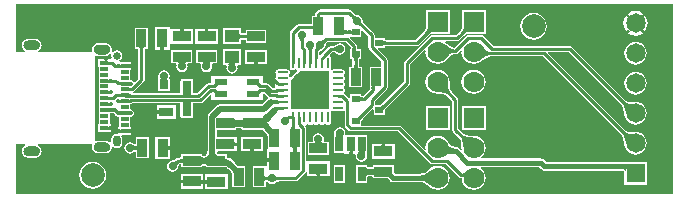
<source format=gtl>
G04*
G04 #@! TF.GenerationSoftware,Altium Limited,Altium Designer,24.9.1 (31)*
G04*
G04 Layer_Physical_Order=1*
G04 Layer_Color=255*
%FSLAX44Y44*%
%MOMM*%
G71*
G04*
G04 #@! TF.SameCoordinates,22B4A0D8-32B4-4856-A8F8-6707C093DBDE*
G04*
G04*
G04 #@! TF.FilePolarity,Positive*
G04*
G01*
G75*
%ADD11C,0.2540*%
%ADD15C,0.1524*%
%ADD19R,0.7620X0.7620*%
%ADD20R,1.1684X0.7620*%
%ADD21R,0.7000X0.3000*%
%ADD22R,0.6500X1.2500*%
%ADD23O,1.0000X0.2500*%
%ADD24O,0.2500X1.0000*%
%ADD25R,0.8500X1.5000*%
%ADD26R,1.5000X0.8500*%
%ADD27R,1.3000X1.1000*%
%ADD28R,1.1000X0.6000*%
%ADD29R,0.7000X0.6000*%
%AMCUSTOMSHAPE49*
4,1,5,-1.6250,-1.6250,-1.6250,0.8125,-0.8125,1.6250,1.6250,1.6250,1.6250,-1.6250,-1.6250,-1.6250,0.0*%
%ADD49CUSTOMSHAPE49*%

%ADD50C,0.3000*%
%ADD51C,0.2286*%
%ADD52C,0.5080*%
%ADD53C,0.4572*%
%ADD54R,0.7620X1.4363*%
%ADD55R,0.7620X1.4176*%
%ADD56O,1.4000X0.8000*%
%ADD57O,0.6500X0.9500*%
%ADD58C,0.6500*%
%ADD59C,1.6500*%
%ADD60R,1.6500X1.6500*%
%ADD61C,1.7780*%
%ADD62R,1.7780X1.7780*%
%ADD63C,2.0000*%
%ADD64C,0.7000*%
%ADD65C,0.3500*%
%ADD66C,0.5000*%
G36*
X534856Y855347D02*
X534894Y854915D01*
X534957Y854534D01*
X535046Y854204D01*
X535160Y853924D01*
X535300Y853696D01*
X535465Y853518D01*
X535656Y853391D01*
X535872Y853315D01*
X536113Y853289D01*
X531033D01*
X531274Y853315D01*
X531490Y853391D01*
X531681Y853518D01*
X531846Y853696D01*
X531985Y853924D01*
X532100Y854204D01*
X532189Y854534D01*
X532252Y854915D01*
X532290Y855347D01*
X532303Y855829D01*
X534843D01*
X534856Y855347D01*
D02*
G37*
G36*
X563773Y855106D02*
X564027Y854902D01*
X564291Y854722D01*
X564563Y854566D01*
X564844Y854435D01*
X565135Y854328D01*
X565434Y854246D01*
X565742Y854188D01*
X566059Y854155D01*
X566385Y854146D01*
X562920Y850681D01*
X562911Y851007D01*
X562878Y851324D01*
X562820Y851632D01*
X562738Y851931D01*
X562631Y852222D01*
X562500Y852503D01*
X562344Y852775D01*
X562164Y853039D01*
X561960Y853294D01*
X561731Y853539D01*
X563527Y855335D01*
X563773Y855106D01*
D02*
G37*
G36*
X569929Y850285D02*
X569962Y849968D01*
X570020Y849660D01*
X570102Y849361D01*
X570209Y849070D01*
X570340Y848789D01*
X570496Y848517D01*
X570676Y848253D01*
X570880Y847999D01*
X571109Y847753D01*
X569313Y845957D01*
X569067Y846186D01*
X568813Y846390D01*
X568549Y846570D01*
X568277Y846726D01*
X567996Y846857D01*
X567705Y846964D01*
X567406Y847046D01*
X567098Y847104D01*
X566781Y847137D01*
X566455Y847146D01*
X569920Y850611D01*
X569929Y850285D01*
D02*
G37*
G36*
X529351Y842462D02*
X529325Y842703D01*
X529248Y842919D01*
X529120Y843110D01*
X528940Y843275D01*
X528708Y843415D01*
X528426Y843529D01*
X528091Y843618D01*
X527706Y843681D01*
X527269Y843719D01*
X526781Y843732D01*
Y846272D01*
X527269Y846285D01*
X527706Y846323D01*
X528091Y846386D01*
X528426Y846475D01*
X528708Y846590D01*
X528940Y846729D01*
X529120Y846894D01*
X529248Y847085D01*
X529325Y847301D01*
X529351Y847542D01*
Y842462D01*
D02*
G37*
G36*
X659733Y840910D02*
X659535Y841054D01*
X659302Y841126D01*
X659032D01*
X658727Y841054D01*
X658386Y840910D01*
X658008Y840695D01*
X657595Y840408D01*
X657146Y840048D01*
X656141Y839115D01*
X654344Y840910D01*
X654847Y841431D01*
X655638Y842365D01*
X655925Y842778D01*
X656141Y843156D01*
X656284Y843497D01*
X656356Y843802D01*
Y844072D01*
X656284Y844305D01*
X656141Y844503D01*
X659733Y840910D01*
D02*
G37*
G36*
X629253D02*
X629055Y841054D01*
X628822Y841126D01*
X628552D01*
X628247Y841054D01*
X627906Y840910D01*
X627528Y840695D01*
X627115Y840408D01*
X626666Y840048D01*
X625661Y839115D01*
X623864Y840910D01*
X624367Y841431D01*
X625158Y842365D01*
X625445Y842778D01*
X625661Y843156D01*
X625804Y843497D01*
X625876Y843802D01*
Y844072D01*
X625804Y844305D01*
X625661Y844503D01*
X629253Y840910D01*
D02*
G37*
G36*
X834114Y703770D02*
X277990D01*
Y746125D01*
X284899D01*
X285189Y745916D01*
X285570Y745125D01*
X285452Y744915D01*
X285182Y744736D01*
X285003Y744627D01*
X284981Y744596D01*
X284943Y744587D01*
X284770Y744469D01*
X284749Y744436D01*
X284712Y744427D01*
X284546Y744299D01*
X284527Y744266D01*
X284490Y744254D01*
X284331Y744118D01*
X284313Y744083D01*
X284277Y744070D01*
X284125Y743925D01*
X284119Y743912D01*
X284100Y743899D01*
X284088Y743881D01*
X284075Y743875D01*
X283930Y743723D01*
X283917Y743687D01*
X283882Y743669D01*
X283746Y743510D01*
X283734Y743473D01*
X283701Y743454D01*
X283573Y743288D01*
X283563Y743251D01*
X283531Y743230D01*
X283412Y743057D01*
X283405Y743019D01*
X283373Y742997D01*
X283264Y742818D01*
X283258Y742780D01*
X283228Y742756D01*
X283128Y742572D01*
X283124Y742533D01*
X283095Y742508D01*
X283005Y742319D01*
X283003Y742280D01*
X282976Y742253D01*
X282896Y742059D01*
Y742021D01*
X282870Y741993D01*
X282800Y741795D01*
X282802Y741756D01*
X282778Y741726D01*
X282718Y741525D01*
X282722Y741487D01*
X282700Y741456D01*
X282651Y741253D01*
X282657Y741214D01*
X282636Y741182D01*
X282598Y740976D01*
X282606Y740938D01*
X282586Y740905D01*
X282559Y740698D01*
X282569Y740660D01*
X282551Y740626D01*
X282535Y740417D01*
X282547Y740380D01*
X282531Y740345D01*
X282526Y740136D01*
X282531Y740122D01*
X282527Y740100D01*
X282531Y740078D01*
X282526Y740064D01*
X282531Y739855D01*
X282547Y739819D01*
X282535Y739783D01*
X282551Y739574D01*
X282569Y739539D01*
X282559Y739502D01*
X282586Y739295D01*
X282606Y739261D01*
X282598Y739224D01*
X282636Y739018D01*
X282657Y738986D01*
X282651Y738947D01*
X282700Y738744D01*
X282722Y738713D01*
X282718Y738675D01*
X282778Y738474D01*
X282802Y738444D01*
X282800Y738405D01*
X282870Y738207D01*
X282896Y738179D01*
Y738141D01*
X282976Y737947D01*
X283003Y737920D01*
X283005Y737881D01*
X283095Y737692D01*
X283124Y737666D01*
X283128Y737628D01*
X283228Y737444D01*
X283258Y737420D01*
X283264Y737382D01*
X283373Y737203D01*
X283405Y737180D01*
X283412Y737143D01*
X283531Y736970D01*
X283563Y736949D01*
X283573Y736912D01*
X283701Y736746D01*
X283734Y736727D01*
X283746Y736690D01*
X283882Y736531D01*
X283916Y736513D01*
X283930Y736477D01*
X284075Y736325D01*
X284088Y736319D01*
X284100Y736301D01*
X284119Y736288D01*
X284125Y736274D01*
X284277Y736130D01*
X284313Y736116D01*
X284331Y736082D01*
X284490Y735946D01*
X284527Y735934D01*
X284546Y735901D01*
X284712Y735773D01*
X284749Y735763D01*
X284770Y735731D01*
X284943Y735612D01*
X284981Y735604D01*
X285003Y735573D01*
X285182Y735464D01*
X285220Y735458D01*
X285244Y735428D01*
X285428Y735328D01*
X285466Y735324D01*
X285492Y735295D01*
X285681Y735205D01*
X285720Y735203D01*
X285747Y735176D01*
X285941Y735096D01*
X285979D01*
X286008Y735070D01*
X286205Y735000D01*
X286243Y735002D01*
X286273Y734978D01*
X286474Y734918D01*
X286513Y734922D01*
X286544Y734900D01*
X286747Y734851D01*
X286786Y734857D01*
X286818Y734836D01*
X287024Y734798D01*
X287062Y734806D01*
X287095Y734786D01*
X287302Y734759D01*
X287340Y734769D01*
X287374Y734752D01*
X287583Y734735D01*
X287619Y734747D01*
X287655Y734731D01*
X287864Y734726D01*
X287878Y734731D01*
X287894Y734728D01*
X287900Y734725D01*
X293900D01*
X293906Y734728D01*
X293922Y734731D01*
X293936Y734726D01*
X294145Y734731D01*
X294181Y734747D01*
X294217Y734735D01*
X294426Y734752D01*
X294460Y734769D01*
X294498Y734759D01*
X294705Y734786D01*
X294739Y734806D01*
X294776Y734798D01*
X294982Y734836D01*
X295014Y734857D01*
X295053Y734851D01*
X295256Y734900D01*
X295287Y734922D01*
X295326Y734918D01*
X295527Y734978D01*
X295557Y735002D01*
X295595Y735000D01*
X295792Y735070D01*
X295821Y735096D01*
X295860D01*
X296053Y735176D01*
X296080Y735203D01*
X296119Y735205D01*
X296308Y735295D01*
X296334Y735324D01*
X296372Y735328D01*
X296556Y735428D01*
X296580Y735458D01*
X296618Y735464D01*
X296797Y735573D01*
X296819Y735604D01*
X296857Y735612D01*
X297030Y735731D01*
X297051Y735763D01*
X297088Y735773D01*
X297254Y735901D01*
X297273Y735934D01*
X297310Y735946D01*
X297469Y736082D01*
X297487Y736116D01*
X297523Y736130D01*
X297675Y736274D01*
X297681Y736288D01*
X297700Y736301D01*
X297712Y736319D01*
X297726Y736325D01*
X297870Y736477D01*
X297883Y736513D01*
X297918Y736531D01*
X298054Y736690D01*
X298066Y736727D01*
X298099Y736746D01*
X298227Y736912D01*
X298237Y736949D01*
X298269Y736970D01*
X298388Y737143D01*
X298396Y737180D01*
X298427Y737203D01*
X298536Y737382D01*
X298542Y737420D01*
X298572Y737444D01*
X298672Y737628D01*
X298676Y737666D01*
X298705Y737692D01*
X298795Y737881D01*
X298797Y737920D01*
X298824Y737947D01*
X298904Y738140D01*
Y738179D01*
X298930Y738208D01*
X299000Y738405D01*
X298998Y738444D01*
X299022Y738473D01*
X299082Y738674D01*
X299078Y738713D01*
X299100Y738744D01*
X299149Y738948D01*
X299143Y738986D01*
X299164Y739018D01*
X299202Y739224D01*
X299194Y739261D01*
X299214Y739295D01*
X299241Y739502D01*
X299231Y739540D01*
X299249Y739574D01*
X299265Y739783D01*
X299253Y739819D01*
X299269Y739855D01*
X299274Y740064D01*
X299269Y740078D01*
X299273Y740100D01*
X299269Y740122D01*
X299274Y740136D01*
X299269Y740345D01*
X299253Y740380D01*
X299265Y740417D01*
X299249Y740626D01*
X299231Y740660D01*
X299241Y740698D01*
X299214Y740905D01*
X299194Y740939D01*
X299202Y740976D01*
X299164Y741182D01*
X299143Y741214D01*
X299149Y741252D01*
X299100Y741456D01*
X299078Y741487D01*
X299082Y741526D01*
X299022Y741727D01*
X298998Y741757D01*
X299000Y741795D01*
X298930Y741992D01*
X298904Y742021D01*
Y742059D01*
X298824Y742253D01*
X298797Y742280D01*
X298795Y742319D01*
X298705Y742508D01*
X298676Y742533D01*
X298672Y742572D01*
X298572Y742756D01*
X298542Y742780D01*
X298536Y742818D01*
X298427Y742997D01*
X298396Y743019D01*
X298388Y743057D01*
X298269Y743230D01*
X298237Y743251D01*
X298227Y743288D01*
X298099Y743454D01*
X298066Y743473D01*
X298054Y743510D01*
X297918Y743669D01*
X297884Y743687D01*
X297870Y743723D01*
X297726Y743875D01*
X297712Y743881D01*
X297700Y743899D01*
X297681Y743912D01*
X297675Y743926D01*
X297523Y744070D01*
X297487Y744083D01*
X297469Y744118D01*
X297310Y744254D01*
X297273Y744266D01*
X297254Y744299D01*
X297088Y744427D01*
X297051Y744437D01*
X297030Y744469D01*
X296857Y744587D01*
X296819Y744596D01*
X296797Y744627D01*
X296618Y744736D01*
X296348Y744915D01*
X296230Y745125D01*
X296612Y745916D01*
X296901Y746125D01*
X341506D01*
X341706Y746021D01*
X341870Y745848D01*
X342218Y745126D01*
X342222Y745087D01*
X342200Y745056D01*
X342151Y744852D01*
X342157Y744814D01*
X342136Y744782D01*
X342098Y744576D01*
X342106Y744538D01*
X342086Y744505D01*
X342059Y744297D01*
X342069Y744260D01*
X342052Y744226D01*
X342035Y744017D01*
X342047Y743980D01*
X342031Y743945D01*
X342026Y743736D01*
X342031Y743722D01*
X342027Y743700D01*
X342031Y743678D01*
X342026Y743664D01*
X342031Y743455D01*
X342047Y743419D01*
X342035Y743383D01*
X342052Y743174D01*
X342069Y743140D01*
X342059Y743102D01*
X342086Y742895D01*
X342106Y742861D01*
X342098Y742823D01*
X342136Y742617D01*
X342157Y742586D01*
X342151Y742548D01*
X342200Y742344D01*
X342222Y742313D01*
X342218Y742274D01*
X342278Y742073D01*
X342302Y742044D01*
X342300Y742005D01*
X342370Y741808D01*
X342396Y741779D01*
Y741740D01*
X342476Y741547D01*
X342503Y741520D01*
X342505Y741481D01*
X342595Y741292D01*
X342624Y741266D01*
X342628Y741228D01*
X342728Y741044D01*
X342758Y741020D01*
X342764Y740982D01*
X342873Y740803D01*
X342904Y740781D01*
X342912Y740743D01*
X343031Y740570D01*
X343063Y740549D01*
X343073Y740512D01*
X343201Y740346D01*
X343234Y740327D01*
X343246Y740290D01*
X343382Y740131D01*
X343416Y740113D01*
X343430Y740077D01*
X343574Y739925D01*
X343588Y739919D01*
X343601Y739901D01*
X343619Y739888D01*
X343625Y739874D01*
X343777Y739730D01*
X343813Y739716D01*
X343831Y739682D01*
X343990Y739546D01*
X344026Y739534D01*
X344046Y739501D01*
X344212Y739373D01*
X344249Y739363D01*
X344270Y739331D01*
X344443Y739212D01*
X344481Y739204D01*
X344503Y739173D01*
X344682Y739064D01*
X344720Y739058D01*
X344744Y739028D01*
X344928Y738928D01*
X344966Y738924D01*
X344992Y738895D01*
X345181Y738805D01*
X345220Y738803D01*
X345247Y738776D01*
X345440Y738696D01*
X345479D01*
X345508Y738670D01*
X345705Y738600D01*
X345744Y738602D01*
X345774Y738578D01*
X345974Y738518D01*
X346013Y738522D01*
X346044Y738500D01*
X346248Y738451D01*
X346286Y738457D01*
X346318Y738436D01*
X346524Y738398D01*
X346561Y738406D01*
X346595Y738386D01*
X346802Y738359D01*
X346840Y738369D01*
X346874Y738352D01*
X347083Y738335D01*
X347119Y738347D01*
X347155Y738331D01*
X347364Y738326D01*
X347378Y738331D01*
X347393Y738328D01*
X347400Y738325D01*
X353400D01*
X353407Y738328D01*
X353422Y738331D01*
X353436Y738326D01*
X353645Y738331D01*
X353680Y738347D01*
X353717Y738335D01*
X353926Y738352D01*
X353960Y738369D01*
X353997Y738359D01*
X354205Y738386D01*
X354239Y738406D01*
X354277Y738398D01*
X354482Y738436D01*
X354515Y738457D01*
X354552Y738451D01*
X354756Y738500D01*
X354787Y738522D01*
X354826Y738518D01*
X355027Y738578D01*
X355056Y738602D01*
X355095Y738600D01*
X355292Y738670D01*
X355321Y738696D01*
X355359D01*
X355553Y738776D01*
X355580Y738803D01*
X355619Y738805D01*
X355808Y738895D01*
X355834Y738924D01*
X355872Y738928D01*
X356056Y739028D01*
X356080Y739058D01*
X356118Y739064D01*
X356297Y739173D01*
X356319Y739204D01*
X356357Y739212D01*
X356530Y739331D01*
X356551Y739363D01*
X356588Y739373D01*
X356754Y739501D01*
X356773Y739534D01*
X356810Y739546D01*
X356969Y739682D01*
X356987Y739716D01*
X357023Y739730D01*
X357175Y739874D01*
X357181Y739888D01*
X357200Y739901D01*
X357212Y739919D01*
X357226Y739925D01*
X357370Y740077D01*
X357383Y740113D01*
X357418Y740131D01*
X357554Y740290D01*
X357566Y740327D01*
X357599Y740346D01*
X357727Y740512D01*
X357737Y740549D01*
X357769Y740570D01*
X357888Y740743D01*
X357896Y740780D01*
X357927Y740803D01*
X358036Y740982D01*
X358042Y741020D01*
X358072Y741044D01*
X358172Y741228D01*
X358176Y741266D01*
X358205Y741292D01*
X358295Y741481D01*
X358297Y741520D01*
X358324Y741547D01*
X358404Y741740D01*
Y741779D01*
X358430Y741808D01*
X358500Y742005D01*
X358498Y742043D01*
X358522Y742073D01*
X358582Y742274D01*
X358578Y742313D01*
X358601Y742344D01*
X358649Y742548D01*
X358643Y742586D01*
X358664Y742617D01*
X358702Y742823D01*
X358694Y742861D01*
X358714Y742895D01*
X358741Y743102D01*
X358731Y743140D01*
X358749Y743174D01*
X358765Y743383D01*
X358753Y743419D01*
X358769Y743455D01*
X358774Y743664D01*
X359603Y744141D01*
X359757Y744164D01*
X361136Y743242D01*
X362900Y742891D01*
X364664Y743242D01*
X366159Y744241D01*
X367158Y745736D01*
X367509Y747500D01*
Y750500D01*
X367158Y752264D01*
X366687Y752968D01*
X367222Y753968D01*
X375032D01*
Y756228D01*
X375027Y756228D01*
X373071Y756102D01*
X372995Y756068D01*
X372970Y756030D01*
Y758969D01*
X372995Y758932D01*
X373071Y758898D01*
X373198Y758868D01*
X373376Y758842D01*
X373884Y758802D01*
X375032Y758779D01*
Y761032D01*
X374270D01*
Y768948D01*
X374836Y769413D01*
X376014Y769647D01*
X377013Y770314D01*
X377681Y771313D01*
X377915Y772492D01*
X377681Y773670D01*
X377013Y774669D01*
X376014Y775337D01*
X374836Y775571D01*
X374270Y776035D01*
Y779730D01*
X374270D01*
Y780320D01*
X374442Y780334D01*
X374731Y780340D01*
X374993Y780454D01*
X375648Y780584D01*
X376008Y780824D01*
X394491D01*
X394995Y780724D01*
X416812D01*
Y769586D01*
X416917Y769333D01*
Y768316D01*
X417934D01*
X418187Y768211D01*
X425807D01*
X426060Y768316D01*
X427077D01*
Y769333D01*
X427182Y769586D01*
Y780724D01*
X433471D01*
X434412Y780911D01*
X435210Y781445D01*
X441726Y787960D01*
X442649Y787577D01*
Y783612D01*
X486817D01*
Y788520D01*
X487817Y788934D01*
X490705Y786045D01*
X490906Y785911D01*
X490962Y784771D01*
X490917Y784701D01*
X486091Y779875D01*
X450102D01*
X448615Y779579D01*
X447355Y778737D01*
X440943Y772325D01*
X440101Y771065D01*
X439805Y769578D01*
Y741406D01*
X439776Y741341D01*
X439722Y739553D01*
X439661Y738869D01*
X439578Y738295D01*
X439480Y737854D01*
X439383Y737558D01*
X439364Y737520D01*
X438480D01*
Y736538D01*
X438470Y736523D01*
X438384Y736474D01*
X438102Y736368D01*
X437672Y736261D01*
X437127Y736171D01*
X436930Y736156D01*
X436669Y736187D01*
X436120Y736292D01*
X435707Y736412D01*
X435439Y736528D01*
X435341Y736593D01*
X435329Y736671D01*
X435270Y736770D01*
Y737770D01*
X434149D01*
X433969Y737844D01*
X433871Y737803D01*
X433768Y737829D01*
X433669Y737770D01*
X417730D01*
Y735057D01*
X417726Y735049D01*
X417675Y735028D01*
X417494Y734979D01*
X417231Y734936D01*
X416894Y734906D01*
X416454Y734894D01*
X416332Y734840D01*
X415190D01*
X414199Y734643D01*
X413359Y734081D01*
X412621Y733344D01*
X412522Y733314D01*
X412502Y733276D01*
X412462Y733261D01*
X412253Y733067D01*
X412085Y732934D01*
X411920Y732824D01*
X411757Y732736D01*
X411595Y732667D01*
X411431Y732614D01*
X411262Y732578D01*
X411085Y732556D01*
X410895Y732550D01*
X410635Y732565D01*
X410495Y732517D01*
X410210Y732573D01*
X408349Y732203D01*
X406771Y731149D01*
X405717Y729571D01*
X405347Y727710D01*
X405717Y725849D01*
X406771Y724271D01*
X408349Y723217D01*
X410210Y722847D01*
X412071Y723217D01*
X413649Y724271D01*
X414703Y725849D01*
X414944Y727062D01*
X415065Y727280D01*
X415097Y727561D01*
X415138Y727784D01*
X415192Y727998D01*
X415261Y728202D01*
X415343Y728399D01*
X415440Y728589D01*
X415553Y728774D01*
X415682Y728957D01*
X415828Y729136D01*
X416024Y729345D01*
X416454Y729606D01*
X416894Y729594D01*
X417231Y729565D01*
X417494Y729521D01*
X417675Y729472D01*
X417726Y729451D01*
X417730Y729443D01*
Y726730D01*
X433651D01*
X433736Y726676D01*
X433856Y726703D01*
X433969Y726656D01*
X434149Y726730D01*
X435270D01*
Y727711D01*
X435280Y727727D01*
X435366Y727776D01*
X435649Y727882D01*
X436077Y727989D01*
X436623Y728079D01*
X436820Y728094D01*
X437081Y728063D01*
X437630Y727958D01*
X438043Y727838D01*
X438311Y727722D01*
X438409Y727657D01*
X438421Y727579D01*
X438480Y727480D01*
Y726480D01*
X439601D01*
X439781Y726406D01*
X439879Y726447D01*
X439982Y726421D01*
X440081Y726480D01*
X456020D01*
X456020Y726480D01*
Y726480D01*
X456694Y725812D01*
X457407Y725099D01*
X457431Y725034D01*
X459271Y723054D01*
X459933Y722229D01*
X460450Y721489D01*
X460730Y721002D01*
Y718891D01*
X460686Y718785D01*
X460730Y718680D01*
Y718680D01*
X460704Y718568D01*
X460730Y718525D01*
Y709730D01*
X471770D01*
Y727270D01*
X469475D01*
X469431Y727297D01*
X469320Y727270D01*
X469320D01*
X469215Y727314D01*
X469109Y727270D01*
X466998D01*
X466511Y727550D01*
X465786Y728056D01*
X463998Y729573D01*
X462985Y730550D01*
X462916Y730578D01*
X460103Y733391D01*
X458842Y734233D01*
X457517Y734497D01*
X457372Y734559D01*
X456020Y734575D01*
Y737520D01*
X448984D01*
X448919Y737556D01*
X448598Y737591D01*
X448480Y737633D01*
X448376Y737703D01*
X448248Y737842D01*
X448097Y738091D01*
X447942Y738472D01*
X447804Y738988D01*
X448578Y739968D01*
X464532D01*
Y744849D01*
X464191Y744842D01*
X463499Y744773D01*
X463218Y744712D01*
X462980Y744634D01*
X462785Y744540D01*
X462634Y744427D01*
X462526Y744298D01*
X462461Y744152D01*
X462439Y743988D01*
Y748253D01*
X462461Y748089D01*
X462526Y747942D01*
X462634Y747813D01*
X462785Y747701D01*
X462980Y747606D01*
X463218Y747528D01*
X463499Y747468D01*
X463823Y747425D01*
X464191Y747399D01*
X464532Y747392D01*
Y752532D01*
X447575D01*
Y758230D01*
X462160D01*
X462253Y758173D01*
X462364Y758199D01*
X462469Y758156D01*
X462649Y758230D01*
X463770D01*
Y759221D01*
X463827Y759314D01*
X463829Y759328D01*
X463904Y759374D01*
X464178Y759485D01*
X464599Y759598D01*
X465136Y759694D01*
X466254Y759787D01*
X466679Y759771D01*
X467345Y759697D01*
X467901Y759598D01*
X468322Y759485D01*
X468596Y759374D01*
X468671Y759328D01*
X468673Y759314D01*
X468730Y759221D01*
Y758230D01*
X469851D01*
X470031Y758156D01*
X470136Y758199D01*
X470247Y758173D01*
X470340Y758230D01*
X482085D01*
X482460Y758155D01*
X485235D01*
X485436Y758115D01*
X486741D01*
X487258Y757599D01*
X487282Y757533D01*
X489103Y755577D01*
X489760Y754762D01*
X490274Y754032D01*
X490580Y753508D01*
Y751514D01*
X490536Y751409D01*
X490580Y751303D01*
Y751296D01*
X490554Y751187D01*
X490580Y751145D01*
X490580Y742357D01*
X489818Y741782D01*
X489818Y741655D01*
Y734220D01*
X490078Y734099D01*
X490370Y733993D01*
X490646Y733918D01*
X490651Y733918D01*
X490986Y734007D01*
X491268Y734122D01*
X491500Y734261D01*
X491680Y734426D01*
X491808Y734617D01*
X491885Y734833D01*
X491911Y735074D01*
Y729994D01*
X491885Y730235D01*
X491808Y730451D01*
X491680Y730642D01*
X491500Y730807D01*
X491268Y730947D01*
X490986Y731061D01*
X490651Y731150D01*
X490646Y731151D01*
X490370Y731075D01*
X490078Y730969D01*
X489818Y730849D01*
Y728043D01*
X489270Y727270D01*
X488818Y727270D01*
X478230D01*
Y709730D01*
X489270D01*
Y713668D01*
X489406Y713851D01*
X489608Y714025D01*
X490229Y714334D01*
X490405Y714252D01*
X490574Y714156D01*
X490741Y714042D01*
X490904Y713910D01*
X491102Y713722D01*
X491147Y713705D01*
X492685Y712677D01*
X494547Y712307D01*
X496408Y712677D01*
X497946Y713705D01*
X497991Y713722D01*
X498189Y713910D01*
X498353Y714042D01*
X498518Y714156D01*
X498689Y714252D01*
X498864Y714334D01*
X499049Y714401D01*
X499243Y714454D01*
X499450Y714493D01*
X499671Y714517D01*
X499956Y714527D01*
X500075Y714581D01*
X514222D01*
X515213Y714778D01*
X516053Y715339D01*
X522475Y721761D01*
X523037Y722602D01*
X523068Y722759D01*
X524068Y722661D01*
Y718968D01*
X532180D01*
X532204Y719034D01*
X532286Y719337D01*
X532323Y719531D01*
X532278Y719801D01*
X532189Y720136D01*
X532075Y720418D01*
X531935Y720650D01*
X531770Y720830D01*
X531580Y720958D01*
X531364Y721035D01*
X531123Y721061D01*
X536203D01*
X535961Y721035D01*
X535745Y720958D01*
X535555Y720830D01*
X535390Y720650D01*
X535250Y720418D01*
X535136Y720136D01*
X535047Y719801D01*
X535002Y719531D01*
X535039Y719337D01*
X535121Y719034D01*
X535145Y718968D01*
X543132D01*
Y731532D01*
X524234D01*
X524068Y731532D01*
X523234Y731932D01*
Y759657D01*
X523037Y760648D01*
X522475Y761489D01*
X522436Y761528D01*
X522765Y762613D01*
X522833Y762626D01*
X523667Y763183D01*
X523749Y763306D01*
X524951D01*
X525033Y763183D01*
X525867Y762626D01*
X526850Y762431D01*
X527833Y762626D01*
X528667Y763183D01*
X528749Y763306D01*
X529951D01*
X530033Y763183D01*
X530867Y762626D01*
X531850Y762431D01*
X532833Y762626D01*
X533667Y763183D01*
X533749Y763306D01*
X534951D01*
X535033Y763183D01*
X535867Y762626D01*
X536850Y762431D01*
X537833Y762626D01*
X538667Y763183D01*
X538749Y763306D01*
X539951D01*
X540033Y763183D01*
X540867Y762626D01*
X541850Y762431D01*
X542833Y762626D01*
X543667Y763183D01*
X544224Y764017D01*
X544419Y765000D01*
Y772500D01*
X544224Y773483D01*
X544356Y774145D01*
X544565Y774285D01*
X544705Y774495D01*
X545367Y774626D01*
X546350Y774431D01*
X553850D01*
X554833Y774626D01*
X554837Y774629D01*
X555837Y774094D01*
Y762390D01*
X556024Y761449D01*
X556558Y760650D01*
X559488Y757720D01*
X560286Y757187D01*
X561227Y757000D01*
X601146D01*
X628098Y730047D01*
X628897Y729514D01*
X629838Y729327D01*
X641334D01*
X652561Y718100D01*
X653359Y717567D01*
X653992Y717441D01*
X654248Y717323D01*
X654524Y717313D01*
X654693Y717291D01*
X654746Y717278D01*
X654747Y717269D01*
X654827Y717121D01*
X655101Y715038D01*
X656125Y712566D01*
X657754Y710444D01*
X659876Y708815D01*
X662348Y707792D01*
X665000Y707442D01*
X667652Y707792D01*
X670124Y708815D01*
X672246Y710444D01*
X673875Y712566D01*
X674899Y715038D01*
X675248Y717690D01*
X674899Y720342D01*
X673875Y722814D01*
X672246Y724936D01*
X670836Y726018D01*
X671175Y727018D01*
X720276D01*
X722394Y724900D01*
X722394Y724900D01*
X723571Y724114D01*
X724958Y723838D01*
X789255D01*
X789333Y723804D01*
X790163Y723782D01*
X790849Y723722D01*
X791421Y723627D01*
X791871Y723507D01*
X792196Y723374D01*
X792399Y723251D01*
X792503Y723156D01*
X792548Y723089D01*
X792574Y723015D01*
X792605Y722741D01*
X792640Y722677D01*
Y711980D01*
X811680D01*
Y731020D01*
X796546D01*
X796196Y731090D01*
X796196Y731090D01*
X793960D01*
X793950Y731094D01*
X789378Y731125D01*
X789373Y731123D01*
X789369Y731125D01*
X789284Y731090D01*
X726460D01*
X724342Y733208D01*
X723166Y733994D01*
X721778Y734270D01*
X721778Y734270D01*
X671750D01*
X671429Y735217D01*
X672246Y735844D01*
X673875Y737966D01*
X674899Y740438D01*
X675248Y743090D01*
X674899Y745742D01*
X673875Y748214D01*
X672246Y750336D01*
X670124Y751965D01*
X667652Y752989D01*
X665000Y753338D01*
X664968Y753334D01*
X664919Y753354D01*
X663618Y753362D01*
X661318Y753500D01*
X660357Y753625D01*
X659492Y753788D01*
X658741Y753983D01*
X658105Y754206D01*
X657585Y754449D01*
X657181Y754701D01*
X656794Y755030D01*
X656689Y755063D01*
X652236Y759517D01*
Y783844D01*
X652039Y784835D01*
X651477Y785675D01*
X646493Y790659D01*
X646460Y790764D01*
X646131Y791151D01*
X645879Y791555D01*
X645636Y792075D01*
X645413Y792711D01*
X645218Y793463D01*
X645055Y794327D01*
X644930Y795288D01*
X644791Y797588D01*
X644784Y798889D01*
X644763Y798938D01*
X644768Y798970D01*
X644418Y801622D01*
X643395Y804094D01*
X641766Y806216D01*
X639644Y807845D01*
X637172Y808868D01*
X634520Y809218D01*
X631868Y808868D01*
X629396Y807845D01*
X627274Y806216D01*
X625645Y804094D01*
X624622Y801622D01*
X624272Y798970D01*
X624622Y796318D01*
X625645Y793846D01*
X627274Y791724D01*
X629396Y790095D01*
X631868Y789072D01*
X634520Y788722D01*
X634552Y788727D01*
X634601Y788706D01*
X635902Y788699D01*
X638202Y788560D01*
X639163Y788435D01*
X640027Y788272D01*
X640779Y788077D01*
X641415Y787854D01*
X641935Y787611D01*
X642339Y787359D01*
X642726Y787030D01*
X642831Y786997D01*
X647056Y782771D01*
Y758444D01*
X647254Y757453D01*
X647815Y756613D01*
X653027Y751401D01*
X653061Y751296D01*
X653389Y750909D01*
X653641Y750505D01*
X653884Y749985D01*
X654107Y749349D01*
X654303Y748597D01*
X654465Y747733D01*
X654590Y746772D01*
X654728Y744472D01*
X654736Y743171D01*
X654757Y743122D01*
X654752Y743090D01*
X654887Y742069D01*
X653990Y741626D01*
X652490Y743127D01*
X651313Y743913D01*
X649926Y744189D01*
X649926Y744189D01*
X648885D01*
X648817Y744221D01*
X648108Y744261D01*
X647516Y744364D01*
X646958Y744535D01*
X646427Y744773D01*
X645916Y745083D01*
X645420Y745470D01*
X644939Y745941D01*
X644472Y746500D01*
X644022Y747151D01*
X643566Y747939D01*
X643482Y748004D01*
X643395Y748214D01*
X641766Y750336D01*
X639644Y751965D01*
X637172Y752989D01*
X634520Y753338D01*
X631868Y752989D01*
X629396Y751965D01*
X627274Y750336D01*
X625645Y748214D01*
X624622Y745742D01*
X624272Y743090D01*
X624412Y742032D01*
X623515Y741590D01*
X603905Y761200D01*
X603107Y761733D01*
X602165Y761920D01*
X569870D01*
Y764616D01*
X569896Y764658D01*
X569870Y764769D01*
Y764772D01*
X569914Y764877D01*
X569870Y764983D01*
Y765746D01*
X569933Y765854D01*
X570152Y766167D01*
X570879Y767022D01*
X571354Y767514D01*
X571404Y767642D01*
X579406Y775644D01*
X580330Y775261D01*
Y770730D01*
X589870D01*
Y774116D01*
X589896Y774158D01*
X589870Y774268D01*
Y774272D01*
X589914Y774377D01*
X589870Y774483D01*
Y775246D01*
X589933Y775354D01*
X590152Y775667D01*
X590879Y776522D01*
X591354Y777014D01*
X591404Y777142D01*
X610516Y796254D01*
X611077Y797094D01*
X611275Y798085D01*
Y813627D01*
X623514Y825866D01*
X624411Y825424D01*
X624272Y824370D01*
X624622Y821718D01*
X625645Y819246D01*
X627274Y817124D01*
X629396Y815495D01*
X631868Y814472D01*
X634520Y814122D01*
X637172Y814472D01*
X639644Y815495D01*
X641766Y817124D01*
X642280Y817794D01*
X642483Y817894D01*
X644074Y819719D01*
X644791Y820432D01*
X645486Y821047D01*
X646143Y821553D01*
X646759Y821952D01*
X647329Y822248D01*
X647848Y822446D01*
X648314Y822556D01*
X648846Y822599D01*
X648858Y822605D01*
X648871Y822601D01*
X648961Y822650D01*
X649705D01*
X650696Y822847D01*
X651536Y823408D01*
X653994Y825866D01*
X654891Y825424D01*
X654752Y824370D01*
X655101Y821718D01*
X656125Y819246D01*
X657754Y817124D01*
X659876Y815495D01*
X662348Y814472D01*
X665000Y814122D01*
X667652Y814472D01*
X670124Y815495D01*
X670928Y816112D01*
X671175Y816171D01*
X673398Y817780D01*
X674364Y818421D01*
X676124Y819462D01*
X676855Y819827D01*
X677511Y820106D01*
X678068Y820292D01*
X678514Y820391D01*
X678959Y820428D01*
X679056Y820479D01*
X723621D01*
X790408Y753691D01*
X790442Y753585D01*
X790730Y753249D01*
X790965Y752885D01*
X791208Y752402D01*
X791449Y751803D01*
X791680Y751091D01*
X791890Y750294D01*
X792445Y747143D01*
X792586Y745911D01*
X792586Y745911D01*
X792586Y745911D01*
X792587Y745908D01*
X792720Y745667D01*
X792885Y744415D01*
X793844Y742099D01*
X795370Y740110D01*
X797359Y738584D01*
X799675Y737625D01*
X802160Y737298D01*
X804645Y737625D01*
X806961Y738584D01*
X808950Y740110D01*
X810476Y742099D01*
X811435Y744415D01*
X811762Y746900D01*
X811435Y749385D01*
X810476Y751701D01*
X808950Y753690D01*
X806961Y755216D01*
X804645Y756175D01*
X802160Y756502D01*
X801263Y756384D01*
X801021Y756457D01*
X799898Y756343D01*
X798888Y756286D01*
X797965Y756283D01*
X797134Y756331D01*
X796394Y756428D01*
X795747Y756568D01*
X795195Y756747D01*
X794734Y756957D01*
X794358Y757193D01*
X793974Y757522D01*
X793949Y757530D01*
X793937Y757553D01*
X793845Y757579D01*
X728059Y823365D01*
X728442Y824288D01*
X745210D01*
X790408Y779091D01*
X790442Y778985D01*
X790730Y778649D01*
X790965Y778285D01*
X791208Y777802D01*
X791449Y777203D01*
X791680Y776491D01*
X791890Y775694D01*
X792445Y772543D01*
X792586Y771311D01*
X792586Y771311D01*
X792586Y771311D01*
X792587Y771308D01*
X792720Y771067D01*
X792885Y769815D01*
X793844Y767499D01*
X795370Y765510D01*
X797359Y763984D01*
X799675Y763025D01*
X802160Y762698D01*
X804645Y763025D01*
X806961Y763984D01*
X808950Y765510D01*
X810476Y767499D01*
X811435Y769815D01*
X811762Y772300D01*
X811435Y774785D01*
X810476Y777101D01*
X808950Y779090D01*
X806961Y780616D01*
X804645Y781575D01*
X802160Y781902D01*
X801263Y781784D01*
X801021Y781857D01*
X799898Y781743D01*
X798888Y781686D01*
X797965Y781683D01*
X797134Y781731D01*
X796394Y781828D01*
X795747Y781968D01*
X795195Y782147D01*
X794734Y782357D01*
X794358Y782593D01*
X793974Y782922D01*
X793949Y782930D01*
X793937Y782953D01*
X793845Y782979D01*
X748114Y828709D01*
X747274Y829271D01*
X746283Y829468D01*
X681684D01*
X673521Y837631D01*
X672681Y838193D01*
X671690Y838390D01*
X660266D01*
X659275Y838193D01*
X658434Y837631D01*
X648653Y827850D01*
X648596Y827879D01*
X648128Y827918D01*
X647673Y828021D01*
X647120Y828211D01*
X646479Y828495D01*
X645759Y828876D01*
X644986Y829340D01*
X642155Y831386D01*
X641146Y832210D01*
X641143Y832306D01*
X641582Y833210D01*
X651030D01*
X652021Y833407D01*
X652861Y833969D01*
X656954Y838062D01*
X657076Y838107D01*
X658045Y839007D01*
X658418Y839306D01*
X658743Y839532D01*
X658880Y839610D01*
X659554D01*
X659733Y839536D01*
X659837Y839579D01*
X659947Y839553D01*
X660041Y839610D01*
X675160D01*
Y859930D01*
X654840D01*
Y844811D01*
X654783Y844717D01*
X654809Y844607D01*
X654766Y844503D01*
X654840Y844324D01*
Y843650D01*
X654762Y843513D01*
X654546Y843204D01*
X653827Y842354D01*
X653355Y841865D01*
X653305Y841738D01*
X649957Y838390D01*
X629786D01*
X628795Y838193D01*
X627954Y837631D01*
X606854Y816531D01*
X606292Y815690D01*
X606095Y814699D01*
Y799157D01*
X587755Y780817D01*
X587633Y780772D01*
X586659Y779866D01*
X586282Y779563D01*
X585954Y779333D01*
X585846Y779270D01*
X585083D01*
X584977Y779314D01*
X584872Y779270D01*
X584869D01*
X584758Y779296D01*
X584716Y779270D01*
X581650D01*
Y782795D01*
X591471Y792617D01*
X592033Y793457D01*
X592230Y794448D01*
Y817368D01*
X592033Y818359D01*
X591471Y819199D01*
X583864Y826806D01*
X584247Y827730D01*
X589870D01*
Y829208D01*
X589900Y829220D01*
X590088Y829270D01*
X590356Y829314D01*
X590699Y829344D01*
X591145Y829356D01*
X591268Y829410D01*
X616750D01*
X617741Y829607D01*
X618581Y830169D01*
X626474Y838062D01*
X626596Y838107D01*
X627565Y839007D01*
X627938Y839306D01*
X628263Y839532D01*
X628400Y839610D01*
X629073D01*
X629253Y839536D01*
X629357Y839579D01*
X629467Y839553D01*
X629561Y839610D01*
X644680D01*
Y859930D01*
X624360D01*
Y844811D01*
X624303Y844717D01*
X624329Y844607D01*
X624286Y844503D01*
X624360Y844324D01*
Y843650D01*
X624282Y843513D01*
X624066Y843204D01*
X623347Y842354D01*
X622876Y841865D01*
X622825Y841738D01*
X615677Y834590D01*
X591268D01*
X591145Y834644D01*
X590699Y834656D01*
X590356Y834686D01*
X590088Y834730D01*
X589900Y834780D01*
X589870Y834792D01*
Y836270D01*
X581255D01*
Y838401D01*
X581058Y839392D01*
X580496Y840232D01*
X572160Y848568D01*
X572115Y848690D01*
X571920Y848899D01*
X571781Y849072D01*
X571662Y849247D01*
X571562Y849421D01*
X571479Y849599D01*
X571412Y849781D01*
X571361Y849969D01*
X571323Y850167D01*
X571301Y850376D01*
X571294Y850649D01*
X571274Y850693D01*
X570913Y852507D01*
X569859Y854085D01*
X568281Y855139D01*
X566467Y855500D01*
X566423Y855520D01*
X566150Y855527D01*
X565941Y855549D01*
X565743Y855586D01*
X565555Y855638D01*
X565373Y855705D01*
X565195Y855788D01*
X565020Y855888D01*
X564846Y856007D01*
X564673Y856146D01*
X564464Y856341D01*
X564342Y856386D01*
X561256Y859472D01*
X560416Y860033D01*
X559425Y860231D01*
X535061D01*
X534070Y860033D01*
X533230Y859472D01*
X531742Y857984D01*
X531180Y857144D01*
X530983Y856153D01*
Y855988D01*
X530929Y855866D01*
X530917Y855426D01*
X530887Y855089D01*
X530844Y854826D01*
X530795Y854645D01*
X530774Y854594D01*
X530766Y854590D01*
X528020D01*
Y847794D01*
X527990Y847782D01*
X527802Y847732D01*
X527534Y847688D01*
X527192Y847658D01*
X526745Y847646D01*
X526622Y847592D01*
X516928D01*
X515937Y847395D01*
X515097Y846833D01*
X510019Y841755D01*
X509457Y840915D01*
X509260Y839924D01*
Y815250D01*
X509281Y815147D01*
Y811500D01*
X509476Y810517D01*
X510033Y809683D01*
X510867Y809126D01*
X511850Y808931D01*
X512833Y809126D01*
X513667Y809683D01*
X513749Y809806D01*
X514951D01*
X515033Y809683D01*
X515501Y809370D01*
X515752Y808207D01*
X510643Y803098D01*
X509480Y803349D01*
X509167Y803817D01*
X509044Y803899D01*
Y805101D01*
X509167Y805183D01*
X509724Y806017D01*
X509919Y807000D01*
X509724Y807983D01*
X509167Y808817D01*
X508333Y809374D01*
X507350Y809569D01*
X499850D01*
X498867Y809374D01*
X498033Y808817D01*
X497476Y807983D01*
X497281Y807000D01*
X497476Y806017D01*
X498033Y805183D01*
X498156Y805101D01*
Y803899D01*
X498033Y803817D01*
X497476Y802983D01*
X497281Y802000D01*
X497476Y801017D01*
X498033Y800183D01*
X497484Y799366D01*
X497484Y799366D01*
X496758Y798281D01*
X496504Y797000D01*
X496758Y795720D01*
X497092Y795220D01*
X497229Y794368D01*
X496829Y793951D01*
X496452Y793699D01*
X496429Y793676D01*
X494885D01*
X491356Y797205D01*
X490558Y797738D01*
X489616Y797926D01*
X486817D01*
Y803910D01*
X442649D01*
Y797926D01*
X440900D01*
X439958Y797738D01*
X439160Y797205D01*
X431031Y789075D01*
X427182D01*
Y800066D01*
X427077Y800319D01*
Y801336D01*
X426060D01*
X425807Y801441D01*
X418187D01*
X417934Y801336D01*
X416917D01*
Y800319D01*
X416812Y800066D01*
Y789075D01*
X396820D01*
X396316Y789175D01*
X376372D01*
X376279Y790123D01*
X376303Y790181D01*
X377088Y790337D01*
X377928Y790899D01*
X385691Y798662D01*
X386252Y799502D01*
X386449Y800493D01*
Y825579D01*
X386504Y825701D01*
X386515Y826141D01*
X386545Y826478D01*
X386589Y826740D01*
X386638Y826922D01*
X386658Y826972D01*
X386666Y826976D01*
X389380D01*
Y844516D01*
X378340D01*
Y826976D01*
X381053D01*
X381061Y826972D01*
X381081Y826922D01*
X381130Y826740D01*
X381174Y826478D01*
X381204Y826141D01*
X381215Y825701D01*
X381270Y825579D01*
Y801566D01*
X378589Y798885D01*
X377410Y799120D01*
X377013Y799714D01*
X376014Y800381D01*
X374836Y800616D01*
X374270Y801080D01*
Y808968D01*
X375032D01*
Y811251D01*
X375027Y811251D01*
X373198Y811144D01*
X373071Y811111D01*
X372995Y811073D01*
X372970Y811030D01*
Y813969D01*
X372995Y813936D01*
X373071Y813906D01*
X373198Y813880D01*
X373376Y813857D01*
X373884Y813822D01*
X375032Y813802D01*
Y816032D01*
X365401D01*
X365097Y817032D01*
X366159Y817741D01*
X367158Y819236D01*
X367509Y821000D01*
X367158Y822764D01*
X366159Y824259D01*
X364664Y825258D01*
X362900Y825609D01*
X361136Y825258D01*
X359641Y824259D01*
X359613Y824217D01*
X359541Y824182D01*
X358479Y824279D01*
X358522Y824673D01*
X358582Y824874D01*
X358578Y824913D01*
X358600Y824944D01*
X358649Y825147D01*
X358643Y825185D01*
X358664Y825218D01*
X358702Y825424D01*
X358694Y825461D01*
X358714Y825495D01*
X358741Y825702D01*
X358731Y825740D01*
X358749Y825774D01*
X358765Y825983D01*
X358753Y826019D01*
X358769Y826054D01*
X358774Y826264D01*
X358769Y826278D01*
X358773Y826300D01*
X358769Y826322D01*
X358774Y826336D01*
X358769Y826545D01*
X358753Y826581D01*
X358765Y826617D01*
X358749Y826826D01*
X358731Y826860D01*
X358741Y826898D01*
X358714Y827105D01*
X358694Y827139D01*
X358702Y827177D01*
X358664Y827382D01*
X358643Y827414D01*
X358649Y827452D01*
X358601Y827656D01*
X358578Y827687D01*
X358582Y827726D01*
X358522Y827927D01*
X358498Y827956D01*
X358500Y827995D01*
X358430Y828192D01*
X358404Y828221D01*
Y828260D01*
X358324Y828453D01*
X358297Y828480D01*
X358295Y828519D01*
X358205Y828708D01*
X358176Y828734D01*
X358172Y828772D01*
X358072Y828956D01*
X358042Y828980D01*
X358036Y829018D01*
X357927Y829197D01*
X357896Y829219D01*
X357888Y829257D01*
X357769Y829430D01*
X357737Y829451D01*
X357727Y829488D01*
X357599Y829654D01*
X357566Y829673D01*
X357554Y829710D01*
X357418Y829869D01*
X357384Y829887D01*
X357370Y829923D01*
X357226Y830075D01*
X357212Y830081D01*
X357200Y830099D01*
X357181Y830112D01*
X357175Y830125D01*
X357023Y830270D01*
X356987Y830283D01*
X356969Y830318D01*
X356810Y830454D01*
X356773Y830466D01*
X356754Y830499D01*
X356588Y830627D01*
X356551Y830637D01*
X356530Y830669D01*
X356357Y830788D01*
X356319Y830796D01*
X356297Y830827D01*
X356118Y830936D01*
X356080Y830942D01*
X356056Y830972D01*
X355872Y831072D01*
X355834Y831076D01*
X355808Y831105D01*
X355619Y831195D01*
X355580Y831197D01*
X355553Y831224D01*
X355359Y831304D01*
X355321D01*
X355292Y831330D01*
X355095Y831400D01*
X355056Y831398D01*
X355027Y831422D01*
X354826Y831482D01*
X354787Y831478D01*
X354756Y831500D01*
X354552Y831549D01*
X354515Y831543D01*
X354482Y831564D01*
X354276Y831602D01*
X354239Y831594D01*
X354205Y831614D01*
X353997Y831641D01*
X353960Y831631D01*
X353926Y831648D01*
X353717Y831665D01*
X353680Y831653D01*
X353645Y831669D01*
X353436Y831674D01*
X353422Y831669D01*
X353407Y831672D01*
X353400Y831675D01*
X347400D01*
X347393Y831672D01*
X347378Y831669D01*
X347364Y831674D01*
X347155Y831669D01*
X347119Y831653D01*
X347083Y831665D01*
X346874Y831648D01*
X346840Y831631D01*
X346803Y831641D01*
X346595Y831614D01*
X346562Y831594D01*
X346524Y831602D01*
X346318Y831564D01*
X346286Y831543D01*
X346248Y831549D01*
X346044Y831500D01*
X346013Y831478D01*
X345974Y831482D01*
X345774Y831422D01*
X345743Y831398D01*
X345705Y831400D01*
X345508Y831330D01*
X345479Y831304D01*
X345440D01*
X345247Y831224D01*
X345220Y831197D01*
X345181Y831195D01*
X344992Y831105D01*
X344966Y831076D01*
X344928Y831072D01*
X344744Y830972D01*
X344720Y830942D01*
X344682Y830936D01*
X344503Y830827D01*
X344481Y830796D01*
X344443Y830788D01*
X344270Y830669D01*
X344249Y830637D01*
X344212Y830627D01*
X344046Y830499D01*
X344027Y830466D01*
X343990Y830454D01*
X343831Y830318D01*
X343813Y830284D01*
X343777Y830270D01*
X343625Y830126D01*
X343619Y830112D01*
X343601Y830099D01*
X343588Y830081D01*
X343574Y830075D01*
X343430Y829923D01*
X343416Y829887D01*
X343382Y829869D01*
X343246Y829710D01*
X343234Y829673D01*
X343201Y829654D01*
X343073Y829488D01*
X343063Y829451D01*
X343031Y829430D01*
X342912Y829257D01*
X342904Y829219D01*
X342873Y829197D01*
X342764Y829018D01*
X342758Y828980D01*
X342728Y828956D01*
X342628Y828772D01*
X342624Y828734D01*
X342595Y828708D01*
X342505Y828519D01*
X342503Y828480D01*
X342476Y828453D01*
X342396Y828260D01*
Y828221D01*
X342370Y828192D01*
X342300Y827995D01*
X342302Y827956D01*
X342278Y827926D01*
X342218Y827726D01*
X342222Y827687D01*
X342200Y827656D01*
X342151Y827452D01*
X342157Y827414D01*
X342136Y827382D01*
X342098Y827177D01*
X342106Y827139D01*
X342086Y827105D01*
X342059Y826897D01*
X342069Y826860D01*
X342052Y826826D01*
X342035Y826617D01*
X342047Y826581D01*
X342031Y826545D01*
X342026Y826336D01*
X342031Y826322D01*
X342027Y826300D01*
X342031Y826278D01*
X342026Y826264D01*
X342031Y826055D01*
X342047Y826019D01*
X342035Y825983D01*
X342052Y825774D01*
X342069Y825740D01*
X342059Y825702D01*
X342086Y825495D01*
X342106Y825461D01*
X342098Y825424D01*
X342136Y825218D01*
X342157Y825185D01*
X342151Y825147D01*
X342200Y824944D01*
X342222Y824913D01*
X342218Y824874D01*
X341869Y824151D01*
X341706Y823979D01*
X341506Y823875D01*
X296901D01*
X296612Y824084D01*
X296230Y824875D01*
X296348Y825084D01*
X296618Y825264D01*
X296797Y825373D01*
X296819Y825404D01*
X296857Y825412D01*
X297030Y825531D01*
X297051Y825563D01*
X297088Y825573D01*
X297254Y825701D01*
X297273Y825734D01*
X297310Y825746D01*
X297469Y825882D01*
X297487Y825916D01*
X297523Y825930D01*
X297675Y826074D01*
X297681Y826088D01*
X297700Y826100D01*
X297712Y826119D01*
X297726Y826125D01*
X297870Y826277D01*
X297884Y826313D01*
X297918Y826331D01*
X298054Y826490D01*
X298066Y826527D01*
X298099Y826546D01*
X298227Y826712D01*
X298237Y826749D01*
X298269Y826770D01*
X298388Y826943D01*
X298396Y826981D01*
X298427Y827003D01*
X298536Y827182D01*
X298542Y827220D01*
X298572Y827244D01*
X298672Y827428D01*
X298676Y827466D01*
X298705Y827492D01*
X298795Y827681D01*
X298797Y827720D01*
X298824Y827747D01*
X298904Y827941D01*
Y827979D01*
X298930Y828008D01*
X299000Y828205D01*
X298998Y828243D01*
X299022Y828273D01*
X299082Y828474D01*
X299078Y828513D01*
X299100Y828544D01*
X299149Y828747D01*
X299143Y828786D01*
X299164Y828818D01*
X299202Y829024D01*
X299194Y829061D01*
X299214Y829094D01*
X299241Y829302D01*
X299231Y829340D01*
X299249Y829374D01*
X299265Y829583D01*
X299253Y829620D01*
X299269Y829655D01*
X299274Y829864D01*
X299269Y829878D01*
X299273Y829900D01*
X299269Y829922D01*
X299274Y829936D01*
X299269Y830145D01*
X299253Y830181D01*
X299265Y830217D01*
X299249Y830426D01*
X299231Y830460D01*
X299241Y830498D01*
X299214Y830705D01*
X299194Y830739D01*
X299202Y830776D01*
X299164Y830982D01*
X299143Y831014D01*
X299149Y831052D01*
X299100Y831256D01*
X299078Y831287D01*
X299082Y831326D01*
X299022Y831526D01*
X298998Y831556D01*
X299000Y831595D01*
X298930Y831792D01*
X298904Y831821D01*
Y831859D01*
X298824Y832053D01*
X298797Y832080D01*
X298795Y832119D01*
X298705Y832308D01*
X298676Y832334D01*
X298672Y832372D01*
X298572Y832556D01*
X298542Y832580D01*
X298536Y832618D01*
X298427Y832797D01*
X298396Y832820D01*
X298388Y832857D01*
X298269Y833030D01*
X298237Y833051D01*
X298227Y833088D01*
X298099Y833254D01*
X298066Y833273D01*
X298054Y833310D01*
X297918Y833469D01*
X297883Y833487D01*
X297870Y833523D01*
X297726Y833675D01*
X297712Y833681D01*
X297700Y833699D01*
X297681Y833712D01*
X297675Y833726D01*
X297523Y833870D01*
X297487Y833884D01*
X297469Y833918D01*
X297310Y834054D01*
X297273Y834066D01*
X297254Y834099D01*
X297088Y834227D01*
X297051Y834237D01*
X297030Y834269D01*
X296857Y834388D01*
X296819Y834396D01*
X296797Y834427D01*
X296618Y834536D01*
X296580Y834542D01*
X296556Y834572D01*
X296372Y834672D01*
X296334Y834676D01*
X296308Y834705D01*
X296119Y834795D01*
X296080Y834797D01*
X296053Y834824D01*
X295860Y834904D01*
X295821D01*
X295792Y834930D01*
X295595Y835000D01*
X295557Y834998D01*
X295527Y835022D01*
X295326Y835082D01*
X295287Y835078D01*
X295256Y835100D01*
X295053Y835149D01*
X295014Y835143D01*
X294982Y835164D01*
X294776Y835202D01*
X294739Y835194D01*
X294705Y835214D01*
X294498Y835241D01*
X294460Y835231D01*
X294426Y835248D01*
X294217Y835265D01*
X294181Y835253D01*
X294145Y835269D01*
X293936Y835274D01*
X293922Y835269D01*
X293906Y835272D01*
X293900Y835275D01*
X287900Y835275D01*
X287894Y835272D01*
X287878Y835269D01*
X287864Y835274D01*
X287655Y835269D01*
X287619Y835253D01*
X287583Y835265D01*
X287374Y835248D01*
X287340Y835231D01*
X287302Y835241D01*
X287095Y835214D01*
X287062Y835194D01*
X287024Y835202D01*
X286818Y835164D01*
X286786Y835143D01*
X286747Y835149D01*
X286544Y835100D01*
X286513Y835078D01*
X286474Y835082D01*
X286273Y835022D01*
X286243Y834998D01*
X286205Y835000D01*
X286008Y834930D01*
X285979Y834904D01*
X285941D01*
X285747Y834824D01*
X285720Y834797D01*
X285681Y834795D01*
X285492Y834705D01*
X285466Y834676D01*
X285428Y834672D01*
X285244Y834572D01*
X285220Y834542D01*
X285182Y834536D01*
X285003Y834427D01*
X284981Y834396D01*
X284943Y834388D01*
X284770Y834269D01*
X284749Y834237D01*
X284712Y834227D01*
X284546Y834099D01*
X284527Y834066D01*
X284490Y834054D01*
X284331Y833918D01*
X284313Y833884D01*
X284277Y833870D01*
X284125Y833726D01*
X284119Y833712D01*
X284100Y833699D01*
X284088Y833681D01*
X284075Y833675D01*
X283930Y833523D01*
X283916Y833487D01*
X283882Y833469D01*
X283746Y833310D01*
X283734Y833273D01*
X283701Y833254D01*
X283573Y833088D01*
X283563Y833051D01*
X283531Y833030D01*
X283412Y832857D01*
X283404Y832819D01*
X283373Y832797D01*
X283264Y832618D01*
X283258Y832580D01*
X283228Y832556D01*
X283128Y832372D01*
X283124Y832334D01*
X283095Y832308D01*
X283005Y832119D01*
X283003Y832080D01*
X282976Y832053D01*
X282896Y831859D01*
Y831821D01*
X282870Y831793D01*
X282800Y831595D01*
X282802Y831556D01*
X282778Y831526D01*
X282718Y831325D01*
X282722Y831287D01*
X282700Y831256D01*
X282651Y831053D01*
X282657Y831014D01*
X282636Y830982D01*
X282598Y830776D01*
X282606Y830739D01*
X282586Y830705D01*
X282559Y830498D01*
X282569Y830460D01*
X282551Y830426D01*
X282535Y830217D01*
X282547Y830180D01*
X282531Y830145D01*
X282526Y829936D01*
X282531Y829922D01*
X282527Y829900D01*
X282531Y829878D01*
X282526Y829864D01*
X282531Y829655D01*
X282547Y829620D01*
X282535Y829583D01*
X282551Y829374D01*
X282569Y829340D01*
X282559Y829302D01*
X282586Y829095D01*
X282606Y829061D01*
X282598Y829024D01*
X282636Y828818D01*
X282657Y828785D01*
X282651Y828747D01*
X282700Y828544D01*
X282722Y828513D01*
X282718Y828475D01*
X282778Y828274D01*
X282802Y828243D01*
X282800Y828205D01*
X282870Y828007D01*
X282896Y827979D01*
Y827941D01*
X282976Y827747D01*
X283003Y827720D01*
X283005Y827681D01*
X283095Y827492D01*
X283124Y827466D01*
X283128Y827428D01*
X283228Y827244D01*
X283258Y827220D01*
X283264Y827182D01*
X283373Y827003D01*
X283404Y826980D01*
X283412Y826943D01*
X283531Y826770D01*
X283563Y826749D01*
X283573Y826712D01*
X283701Y826546D01*
X283734Y826527D01*
X283746Y826490D01*
X283882Y826331D01*
X283917Y826313D01*
X283930Y826277D01*
X284075Y826125D01*
X284088Y826119D01*
X284100Y826100D01*
X284119Y826088D01*
X284125Y826075D01*
X284277Y825930D01*
X284313Y825917D01*
X284331Y825882D01*
X284490Y825746D01*
X284527Y825734D01*
X284546Y825701D01*
X284712Y825573D01*
X284749Y825563D01*
X284770Y825531D01*
X284943Y825412D01*
X284981Y825404D01*
X285003Y825373D01*
X285182Y825264D01*
X285452Y825084D01*
X285570Y824875D01*
X285189Y824084D01*
X284899Y823875D01*
X277990D01*
Y864452D01*
X834114D01*
Y703770D01*
D02*
G37*
G36*
X561631Y838960D02*
X561605Y839201D01*
X561529Y839417D01*
X561402Y839608D01*
X561224Y839773D01*
X560995Y839912D01*
X560716Y840027D01*
X560386Y840116D01*
X560005Y840179D01*
X559573Y840217D01*
X559090Y840230D01*
Y842770D01*
X559573Y842783D01*
X560005Y842821D01*
X560386Y842884D01*
X560716Y842973D01*
X560995Y843087D01*
X561224Y843227D01*
X561402Y843392D01*
X561529Y843583D01*
X561605Y843799D01*
X561631Y844040D01*
Y838960D01*
D02*
G37*
G36*
X555255Y843799D02*
X555332Y843583D01*
X555460Y843392D01*
X555640Y843227D01*
X555872Y843087D01*
X556154Y842973D01*
X556489Y842884D01*
X556874Y842821D01*
X557311Y842783D01*
X557799Y842770D01*
Y840230D01*
X557311Y840217D01*
X556874Y840179D01*
X556489Y840116D01*
X556154Y840027D01*
X555872Y839912D01*
X555640Y839773D01*
X555460Y839608D01*
X555332Y839417D01*
X555255Y839201D01*
X555229Y838960D01*
Y844040D01*
X555255Y843799D01*
D02*
G37*
G36*
X521656Y836226D02*
X521455Y835978D01*
X521278Y835719D01*
X521125Y835449D01*
X520995Y835169D01*
X520889Y834877D01*
X520806Y834574D01*
X520747Y834261D01*
X520712Y833936D01*
X520700Y833600D01*
X518160D01*
X518148Y833936D01*
X518113Y834261D01*
X518054Y834574D01*
X517971Y834877D01*
X517865Y835169D01*
X517735Y835449D01*
X517582Y835719D01*
X517405Y835978D01*
X517204Y836226D01*
X516980Y836462D01*
X521880D01*
X521656Y836226D01*
D02*
G37*
G36*
X539532Y832892D02*
X539304Y832646D01*
X539099Y832392D01*
X538919Y832128D01*
X538763Y831856D01*
X538632Y831575D01*
X538526Y831284D01*
X538443Y830985D01*
X538385Y830677D01*
X538352Y830360D01*
X538343Y830034D01*
X534878Y833499D01*
X535204Y833508D01*
X535521Y833541D01*
X535830Y833599D01*
X536129Y833681D01*
X536419Y833788D01*
X536700Y833919D01*
X536973Y834075D01*
X537236Y834255D01*
X537491Y834459D01*
X537736Y834688D01*
X539532Y832892D01*
D02*
G37*
G36*
X588565Y834299D02*
X588642Y834083D01*
X588770Y833892D01*
X588950Y833727D01*
X589182Y833587D01*
X589464Y833473D01*
X589799Y833384D01*
X590184Y833321D01*
X590621Y833283D01*
X591110Y833270D01*
Y830730D01*
X590621Y830717D01*
X590184Y830679D01*
X589799Y830616D01*
X589464Y830527D01*
X589182Y830413D01*
X588950Y830273D01*
X588770Y830108D01*
X588642Y829917D01*
X588565Y829701D01*
X588539Y829460D01*
Y834540D01*
X588565Y834299D01*
D02*
G37*
G36*
X294109Y833895D02*
X294318Y833878D01*
X294526Y833851D01*
X294732Y833813D01*
X294935Y833764D01*
X295136Y833704D01*
X295333Y833634D01*
X295527Y833554D01*
X295716Y833464D01*
X295900Y833364D01*
X296079Y833255D01*
X296251Y833136D01*
X296417Y833008D01*
X296576Y832872D01*
X296728Y832728D01*
X296873Y832577D01*
X297009Y832417D01*
X297136Y832251D01*
X297255Y832078D01*
X297364Y831900D01*
X297464Y831716D01*
X297554Y831527D01*
X297634Y831333D01*
X297704Y831136D01*
X297764Y830935D01*
X297813Y830732D01*
X297851Y830526D01*
X297878Y830318D01*
X297894Y830109D01*
X297900Y829900D01*
X297895Y829691D01*
X297878Y829482D01*
X297851Y829274D01*
X297813Y829068D01*
X297764Y828865D01*
X297704Y828664D01*
X297634Y828466D01*
X297554Y828273D01*
X297464Y828084D01*
X297364Y827900D01*
X297255Y827721D01*
X297136Y827549D01*
X297009Y827383D01*
X296873Y827223D01*
X296728Y827072D01*
X296576Y826927D01*
X296417Y826791D01*
X296251Y826664D01*
X296079Y826545D01*
X295900Y826436D01*
X295716Y826336D01*
X295527Y826246D01*
X295333Y826166D01*
X295136Y826096D01*
X294935Y826036D01*
X294732Y825987D01*
X294526Y825949D01*
X294318Y825922D01*
X294109Y825905D01*
X293900Y825900D01*
X287900D01*
X287691Y825905D01*
X287482Y825922D01*
X287274Y825949D01*
X287068Y825987D01*
X286865Y826036D01*
X286664Y826096D01*
X286467Y826166D01*
X286273Y826246D01*
X286084Y826336D01*
X285900Y826436D01*
X285721Y826545D01*
X285549Y826664D01*
X285383Y826791D01*
X285224Y826927D01*
X285072Y827072D01*
X284927Y827223D01*
X284791Y827383D01*
X284664Y827549D01*
X284545Y827721D01*
X284436Y827900D01*
X284336Y828084D01*
X284246Y828273D01*
X284166Y828466D01*
X284096Y828664D01*
X284036Y828865D01*
X283987Y829068D01*
X283949Y829274D01*
X283922Y829482D01*
X283906Y829691D01*
X283900Y829900D01*
X283906Y830109D01*
X283922Y830318D01*
X283949Y830526D01*
X283987Y830732D01*
X284036Y830935D01*
X284096Y831136D01*
X284166Y831333D01*
X284246Y831527D01*
X284336Y831716D01*
X284436Y831900D01*
X284545Y832078D01*
X284664Y832251D01*
X284792Y832417D01*
X284927Y832577D01*
X285072Y832728D01*
X285224Y832872D01*
X285383Y833008D01*
X285549Y833136D01*
X285721Y833255D01*
X285900Y833364D01*
X286084Y833464D01*
X286273Y833554D01*
X286467Y833634D01*
X286664Y833704D01*
X286865Y833764D01*
X287068Y833813D01*
X287274Y833851D01*
X287482Y833878D01*
X287691Y833895D01*
X287900Y833900D01*
X293900Y833900D01*
X294109Y833895D01*
D02*
G37*
G36*
X386158Y828251D02*
X385942Y828175D01*
X385752Y828048D01*
X385587Y827870D01*
X385447Y827642D01*
X385333Y827363D01*
X385244Y827032D01*
X385180Y826651D01*
X385142Y826219D01*
X385130Y825737D01*
X382589D01*
X382577Y826219D01*
X382539Y826651D01*
X382475Y827032D01*
X382386Y827363D01*
X382272Y827642D01*
X382132Y827870D01*
X381967Y828048D01*
X381777Y828175D01*
X381561Y828251D01*
X381320Y828277D01*
X386399D01*
X386158Y828251D01*
D02*
G37*
G36*
X564814Y827523D02*
X564853Y827087D01*
X564916Y826702D01*
X565005Y826369D01*
X565119Y826086D01*
X565259Y825854D01*
X565424Y825674D01*
X565615Y825545D01*
X565830Y825466D01*
X566072Y825439D01*
X561631Y825470D01*
X561750Y825495D01*
X561858Y825571D01*
X561953Y825698D01*
X562035Y825876D01*
X562104Y826105D01*
X562161Y826384D01*
X562205Y826714D01*
X562256Y827527D01*
X562262Y828009D01*
X564802D01*
X564814Y827523D01*
D02*
G37*
G36*
X535054Y826505D02*
X534898Y826482D01*
X534729Y826432D01*
X534546Y826355D01*
X534350Y826250D01*
X534140Y826118D01*
X533918Y825958D01*
X533432Y825556D01*
X533169Y825314D01*
X532892Y825045D01*
X530952Y826697D01*
X531151Y826907D01*
X531322Y827112D01*
X531465Y827310D01*
X531579Y827503D01*
X531664Y827690D01*
X531721Y827870D01*
X531750Y828045D01*
X531750Y828213D01*
X531722Y828376D01*
X531665Y828532D01*
X535054Y826505D01*
D02*
G37*
G36*
X528982Y827579D02*
X528797Y827314D01*
X528633Y827041D01*
X528492Y826759D01*
X528372Y826469D01*
X528274Y826170D01*
X528198Y825863D01*
X528144Y825547D01*
X528111Y825223D01*
X528100Y824890D01*
X525560Y824663D01*
X525547Y825001D01*
X525510Y825325D01*
X525447Y825636D01*
X525359Y825934D01*
X525246Y826217D01*
X525108Y826487D01*
X524945Y826743D01*
X524757Y826985D01*
X524544Y827214D01*
X524305Y827429D01*
X529188Y827835D01*
X528982Y827579D01*
D02*
G37*
G36*
X549173Y824219D02*
X548936Y824443D01*
X548689Y824643D01*
X548430Y824820D01*
X548160Y824974D01*
X547879Y825104D01*
X547588Y825210D01*
X547285Y825293D01*
X546971Y825351D01*
X546647Y825387D01*
X546311Y825399D01*
Y827939D01*
X546647Y827951D01*
X546971Y827986D01*
X547285Y828045D01*
X547588Y828128D01*
X547879Y828234D01*
X548160Y828363D01*
X548430Y828517D01*
X548689Y828694D01*
X548936Y828895D01*
X549173Y829119D01*
Y824219D01*
D02*
G37*
G36*
X353609Y830294D02*
X353818Y830278D01*
X354026Y830251D01*
X354232Y830212D01*
X354435Y830164D01*
X354636Y830104D01*
X354833Y830034D01*
X355027Y829954D01*
X355216Y829864D01*
X355400Y829764D01*
X355579Y829655D01*
X355751Y829536D01*
X355917Y829408D01*
X356077Y829273D01*
X356228Y829128D01*
X356373Y828977D01*
X356509Y828817D01*
X356636Y828651D01*
X356755Y828478D01*
X356864Y828300D01*
X356964Y828116D01*
X357054Y827927D01*
X357134Y827733D01*
X357204Y827536D01*
X357264Y827335D01*
X357313Y827132D01*
X357351Y826926D01*
X357378Y826718D01*
X357394Y826509D01*
X357400Y826300D01*
X357394Y826091D01*
X357378Y825882D01*
X357351Y825674D01*
X357313Y825468D01*
X357264Y825265D01*
X357204Y825064D01*
X357134Y824866D01*
X357054Y824673D01*
X356964Y824484D01*
X356864Y824300D01*
X356755Y824121D01*
X356636Y823949D01*
X356509Y823783D01*
X356373Y823623D01*
X356228Y823472D01*
X356077Y823327D01*
X355917Y823191D01*
X355751Y823064D01*
X355578Y822945D01*
X355400Y822836D01*
X355216Y822736D01*
X355027Y822646D01*
X354833Y822566D01*
X354636Y822496D01*
X354435Y822436D01*
X354232Y822387D01*
X354026Y822349D01*
X353818Y822322D01*
X353609Y822305D01*
X353400Y822300D01*
X350400Y822300D01*
X347400Y822300D01*
X347191Y822305D01*
X346982Y822322D01*
X346774Y822349D01*
X346568Y822387D01*
X346365Y822436D01*
X346164Y822496D01*
X345966Y822566D01*
X345773Y822646D01*
X345584Y822736D01*
X345400Y822836D01*
X345221Y822945D01*
X345049Y823064D01*
X344883Y823191D01*
X344724Y823327D01*
X344572Y823472D01*
X344427Y823623D01*
X344291Y823783D01*
X344164Y823949D01*
X344045Y824121D01*
X343936Y824300D01*
X343836Y824484D01*
X343746Y824673D01*
X343666Y824866D01*
X343596Y825064D01*
X343536Y825265D01*
X343487Y825468D01*
X343449Y825674D01*
X343422Y825882D01*
X343405Y826091D01*
X343400Y826300D01*
X343405Y826509D01*
X343422Y826718D01*
X343449Y826926D01*
X343488Y827132D01*
X343536Y827335D01*
X343596Y827536D01*
X343666Y827733D01*
X343746Y827927D01*
X343836Y828116D01*
X343936Y828300D01*
X344045Y828478D01*
X344164Y828651D01*
X344291Y828817D01*
X344427Y828977D01*
X344572Y829128D01*
X344724Y829273D01*
X344883Y829408D01*
X345049Y829536D01*
X345221Y829655D01*
X345400Y829764D01*
X345584Y829864D01*
X345773Y829954D01*
X345966Y830034D01*
X346164Y830104D01*
X346365Y830164D01*
X346568Y830212D01*
X346774Y830251D01*
X346982Y830278D01*
X347191Y830294D01*
X347400Y830300D01*
X353400D01*
X353609Y830294D01*
D02*
G37*
G36*
X358325Y822190D02*
X358464Y821865D01*
X358292Y821000D01*
X358633Y819283D01*
X358389Y818992D01*
X357910Y818532D01*
X346968D01*
Y811468D01*
X347730D01*
Y797770D01*
X347730D01*
Y792230D01*
X347730D01*
Y787230D01*
Y777770D01*
X347730D01*
Y772230D01*
X347730D01*
Y763532D01*
X346968D01*
Y756468D01*
X358032D01*
Y758728D01*
X358027Y758728D01*
X356071Y758602D01*
X355995Y758568D01*
X355970Y758530D01*
Y761469D01*
X355995Y761432D01*
X356071Y761398D01*
X356198Y761368D01*
X356376Y761342D01*
X356884Y761302D01*
X358032Y761279D01*
Y763532D01*
X357270D01*
Y772176D01*
X360426D01*
X361610Y770991D01*
X362064Y770313D01*
X363063Y769645D01*
X364241Y769411D01*
X364730Y769009D01*
Y761032D01*
X363968D01*
Y758772D01*
X363973Y758772D01*
X365929Y758898D01*
X366005Y758932D01*
X366031Y758969D01*
Y756030D01*
X366005Y756068D01*
X365929Y756102D01*
X365802Y756132D01*
X365624Y756158D01*
X365116Y756198D01*
X363968Y756221D01*
Y755684D01*
X363195Y755050D01*
X362900Y755108D01*
X361136Y754758D01*
X359641Y753759D01*
X358642Y752264D01*
X358292Y750500D01*
Y748315D01*
X357344Y747659D01*
X356969Y747718D01*
X356810Y747854D01*
X356773Y747866D01*
X356754Y747899D01*
X356588Y748027D01*
X356551Y748036D01*
X356530Y748069D01*
X356357Y748187D01*
X356319Y748196D01*
X356297Y748227D01*
X356118Y748336D01*
X356080Y748342D01*
X356056Y748372D01*
X355872Y748472D01*
X355834Y748476D01*
X355807Y748505D01*
X355619Y748595D01*
X355580Y748597D01*
X355553Y748624D01*
X355359Y748704D01*
X355321D01*
X355292Y748730D01*
X355095Y748800D01*
X355056Y748798D01*
X355027Y748822D01*
X354826Y748882D01*
X354787Y748878D01*
X354756Y748900D01*
X354553Y748949D01*
X354515Y748943D01*
X354482Y748964D01*
X354276Y749002D01*
X354239Y748994D01*
X354205Y749014D01*
X353997Y749041D01*
X353960Y749031D01*
X353926Y749048D01*
X353717Y749065D01*
X353681Y749053D01*
X353645Y749069D01*
X353436Y749074D01*
X353422Y749069D01*
X353406Y749072D01*
X353400Y749075D01*
X347400D01*
X347393Y749072D01*
X347378Y749069D01*
X347364Y749074D01*
X347155Y749069D01*
X347119Y749053D01*
X347083Y749065D01*
X346874Y749048D01*
X346840Y749031D01*
X346802Y749041D01*
X346595Y749014D01*
X346562Y748994D01*
X346524Y749002D01*
X346318Y748964D01*
X346286Y748943D01*
X346247Y748949D01*
X346044Y748900D01*
X346013Y748878D01*
X345974Y748882D01*
X345774Y748822D01*
X345632Y748840D01*
X345024Y749175D01*
X344812Y749416D01*
X344775Y749499D01*
Y820501D01*
X344812Y820584D01*
X345024Y820824D01*
X345632Y821160D01*
X345774Y821178D01*
X345974Y821118D01*
X346013Y821122D01*
X346044Y821100D01*
X346247Y821051D01*
X346286Y821057D01*
X346318Y821036D01*
X346524Y820998D01*
X346562Y821006D01*
X346595Y820986D01*
X346802Y820959D01*
X346840Y820969D01*
X346874Y820952D01*
X347083Y820935D01*
X347119Y820947D01*
X347155Y820931D01*
X347364Y820926D01*
X347378Y820931D01*
X347393Y820928D01*
X347400Y820925D01*
X350400Y820925D01*
X353400Y820925D01*
X353406Y820928D01*
X353422Y820931D01*
X353436Y820926D01*
X353645Y820931D01*
X353681Y820947D01*
X353717Y820935D01*
X353926Y820952D01*
X353960Y820969D01*
X353997Y820959D01*
X354205Y820986D01*
X354239Y821006D01*
X354276Y820998D01*
X354482Y821036D01*
X354515Y821057D01*
X354553Y821051D01*
X354756Y821100D01*
X354787Y821122D01*
X354826Y821118D01*
X355027Y821178D01*
X355056Y821202D01*
X355095Y821200D01*
X355292Y821270D01*
X355321Y821296D01*
X355359D01*
X355553Y821376D01*
X355580Y821403D01*
X355619Y821405D01*
X355807Y821495D01*
X355834Y821524D01*
X355872Y821528D01*
X356056Y821628D01*
X356080Y821658D01*
X356118Y821664D01*
X356297Y821773D01*
X356319Y821804D01*
X356357Y821812D01*
X356530Y821931D01*
X356551Y821963D01*
X356588Y821973D01*
X356754Y822101D01*
X356773Y822134D01*
X356810Y822146D01*
X356969Y822282D01*
X356987Y822316D01*
X357023Y822330D01*
X357175Y822474D01*
X357181Y822488D01*
X357200Y822501D01*
X357212Y822519D01*
X357226Y822525D01*
X357370Y822677D01*
X357619Y822746D01*
X358325Y822190D01*
D02*
G37*
G36*
X641317Y830296D02*
X644228Y828192D01*
X645082Y827678D01*
X645879Y827257D01*
X646617Y826930D01*
X647297Y826696D01*
X647919Y826556D01*
X648483Y826509D01*
X648735Y823969D01*
X648099Y823918D01*
X647443Y823763D01*
X646765Y823504D01*
X646068Y823142D01*
X645349Y822676D01*
X644610Y822108D01*
X643850Y821435D01*
X643070Y820659D01*
X641447Y818798D01*
X640230Y831184D01*
X641317Y830296D01*
D02*
G37*
G36*
X672950Y828597D02*
X674429Y826915D01*
X675151Y826231D01*
X675860Y825653D01*
X676557Y825180D01*
X677242Y824811D01*
X677915Y824549D01*
X678576Y824391D01*
X679224Y824338D01*
X678844Y821798D01*
X678306Y821753D01*
X677699Y821618D01*
X677024Y821392D01*
X676279Y821076D01*
X675466Y820670D01*
X673634Y819586D01*
X672614Y818909D01*
X670369Y817284D01*
X672191Y829596D01*
X672950Y828597D01*
D02*
G37*
G36*
X567399Y819535D02*
X567183Y819458D01*
X566992Y819330D01*
X566827Y819150D01*
X566688Y818918D01*
X566573Y818636D01*
X566484Y818301D01*
X566421Y817916D01*
X566383Y817479D01*
X566370Y816991D01*
X563830D01*
X563817Y817479D01*
X563779Y817916D01*
X563716Y818301D01*
X563627Y818636D01*
X563512Y818918D01*
X563373Y819150D01*
X563208Y819330D01*
X563017Y819458D01*
X562801Y819535D01*
X562560Y819561D01*
X567640D01*
X567399Y819535D01*
D02*
G37*
G36*
X355995Y816388D02*
X356071Y816315D01*
X356198Y816250D01*
X356375Y816195D01*
X356603Y816147D01*
X356882Y816109D01*
X357591Y816057D01*
X358503Y816040D01*
Y813500D01*
X355970Y813530D01*
Y816469D01*
X355995Y816388D01*
D02*
G37*
G36*
X366031Y811030D02*
X366005Y811073D01*
X365929Y811111D01*
X365802Y811144D01*
X365624Y811173D01*
X365396Y811198D01*
X364405Y811245D01*
X363490Y811254D01*
Y813793D01*
X363973Y813795D01*
X365929Y813906D01*
X366005Y813936D01*
X366031Y813969D01*
Y811030D01*
D02*
G37*
G36*
X566383Y812527D02*
X566421Y812095D01*
X566484Y811714D01*
X566573Y811384D01*
X566688Y811105D01*
X566827Y810876D01*
X566992Y810698D01*
X567183Y810571D01*
X567399Y810495D01*
X567640Y810470D01*
X562560D01*
X562801Y810495D01*
X563017Y810571D01*
X563208Y810698D01*
X563373Y810876D01*
X563512Y811105D01*
X563627Y811384D01*
X563716Y811714D01*
X563779Y812095D01*
X563817Y812527D01*
X563830Y813009D01*
X566370D01*
X566383Y812527D01*
D02*
G37*
G36*
X355995Y801432D02*
X356071Y801398D01*
X356198Y801368D01*
X356376Y801342D01*
X356884Y801302D01*
X358509Y801270D01*
Y798730D01*
X358027Y798728D01*
X356071Y798602D01*
X355995Y798568D01*
X355970Y798531D01*
Y801469D01*
X355995Y801432D01*
D02*
G37*
G36*
X372988Y798935D02*
X373043Y798904D01*
X373136Y798877D01*
X373265Y798854D01*
X373432Y798833D01*
X373875Y798804D01*
X374818Y798788D01*
Y796248D01*
X374467Y796246D01*
X373265Y796170D01*
X373136Y796142D01*
X373043Y796109D01*
X372988Y796072D01*
X372970Y796031D01*
Y798969D01*
X372988Y798935D01*
D02*
G37*
G36*
X366031Y796031D02*
X366014Y796089D01*
X365964Y796141D01*
X365882Y796187D01*
X365766Y796227D01*
X365617Y796261D01*
X365435Y796289D01*
X364972Y796326D01*
X364377Y796338D01*
Y798878D01*
X364691Y798879D01*
X366014Y798952D01*
X366031Y798969D01*
Y796031D01*
D02*
G37*
G36*
X576075Y837328D02*
Y828343D01*
X576272Y827352D01*
X576834Y826512D01*
X587050Y816295D01*
Y811770D01*
X577330D01*
Y800270D01*
X577280Y800020D01*
Y795604D01*
X577256Y795547D01*
X577225Y793007D01*
X577229Y792999D01*
X577225Y792990D01*
X577229Y792981D01*
X571337Y787090D01*
X571268D01*
X571145Y787144D01*
X570699Y787156D01*
X570356Y787186D01*
X570088Y787230D01*
X569900Y787280D01*
X569870Y787292D01*
Y788770D01*
X560330D01*
Y785594D01*
X559330Y785180D01*
X557107Y787403D01*
X556738Y787649D01*
X555861Y788526D01*
X555667Y788817D01*
X555544Y788899D01*
Y790101D01*
X555667Y790183D01*
X556224Y791017D01*
X556419Y792000D01*
X556224Y792983D01*
X555667Y793817D01*
X555544Y793899D01*
Y795101D01*
X555667Y795183D01*
X556224Y796017D01*
X556419Y797000D01*
X556224Y797983D01*
X555667Y798817D01*
X555544Y798899D01*
Y800101D01*
X555667Y800183D01*
X556224Y801017D01*
X556419Y802000D01*
X556224Y802983D01*
X555667Y803817D01*
X555544Y803899D01*
Y805101D01*
X555667Y805183D01*
X556224Y806017D01*
X556419Y807000D01*
X556224Y807983D01*
X555667Y808817D01*
X554833Y809374D01*
X553850Y809569D01*
X546350D01*
X545367Y809374D01*
X544705Y809505D01*
X544565Y809715D01*
X544356Y809855D01*
X544224Y810517D01*
X544419Y811500D01*
Y819000D01*
X544224Y819983D01*
X543667Y820817D01*
X543497Y820930D01*
X543363Y822210D01*
X545232Y824079D01*
X546144D01*
X546263Y824025D01*
X546548Y824015D01*
X546769Y823991D01*
X546977Y823952D01*
X547171Y823899D01*
X547355Y823832D01*
X547531Y823750D01*
X547701Y823654D01*
X547867Y823540D01*
X548030Y823408D01*
X548228Y823221D01*
X548274Y823203D01*
X549811Y822176D01*
X551673Y821805D01*
X553534Y822176D01*
X555112Y823230D01*
X556166Y824808D01*
X556536Y826669D01*
X556166Y828530D01*
X555112Y830108D01*
X553534Y831162D01*
X551673Y831532D01*
X549811Y831162D01*
X548274Y830134D01*
X548228Y830117D01*
X548030Y829929D01*
X547867Y829797D01*
X547701Y829684D01*
X547531Y829587D01*
X547355Y829506D01*
X547171Y829439D01*
X546977Y829386D01*
X546769Y829347D01*
X546548Y829323D01*
X546263Y829313D01*
X546144Y829258D01*
X544159D01*
X543168Y829061D01*
X542328Y828500D01*
X536229Y822401D01*
X535667Y821561D01*
X535409Y821553D01*
X534440Y822440D01*
Y824606D01*
X534757Y824868D01*
X534908Y824977D01*
X535042Y825061D01*
X535140Y825114D01*
X535193Y825136D01*
X535252Y825145D01*
X535281Y825162D01*
X535288Y825164D01*
X535297Y825172D01*
X535316Y825183D01*
X535389Y825172D01*
X535521Y825270D01*
X536704Y825506D01*
X538282Y826560D01*
X539337Y828138D01*
X539697Y829952D01*
X539717Y829996D01*
X539725Y830269D01*
X539747Y830478D01*
X539784Y830676D01*
X539836Y830864D01*
X539902Y831046D01*
X539985Y831224D01*
X540085Y831398D01*
X540204Y831572D01*
X540344Y831746D01*
X540538Y831955D01*
X540584Y832077D01*
X541267Y832760D01*
X556419D01*
X560942Y828237D01*
Y828155D01*
X560887Y828028D01*
X560881Y827579D01*
X560836Y826848D01*
X560826Y826770D01*
X560330D01*
Y825655D01*
X560256Y825479D01*
X560314Y825336D01*
X560286Y825185D01*
X560330Y825120D01*
Y818230D01*
X562308D01*
X562320Y818200D01*
X562370Y818012D01*
X562414Y817744D01*
X562444Y817402D01*
X562456Y816955D01*
X562510Y816833D01*
Y813168D01*
X562456Y813046D01*
X562444Y812606D01*
X562415Y812269D01*
X562371Y812006D01*
X562322Y811825D01*
X562301Y811774D01*
X562293Y811770D01*
X559830D01*
Y794230D01*
X570870D01*
Y811770D01*
X567907D01*
X567899Y811774D01*
X567878Y811825D01*
X567829Y812006D01*
X567785Y812269D01*
X567756Y812606D01*
X567744Y813046D01*
X567690Y813168D01*
Y816833D01*
X567744Y816955D01*
X567756Y817402D01*
X567786Y817744D01*
X567830Y818012D01*
X567880Y818200D01*
X567892Y818230D01*
X569870D01*
Y826770D01*
X566325D01*
X566311Y826805D01*
X566262Y826992D01*
X566217Y827259D01*
X566188Y827600D01*
X566176Y828045D01*
X566122Y828168D01*
Y829310D01*
X565924Y830301D01*
X565363Y831141D01*
X560235Y836269D01*
X560689Y837230D01*
X569870D01*
Y842227D01*
X570794Y842610D01*
X576075Y837328D01*
D02*
G37*
G36*
X582169Y795533D02*
X581953Y795455D01*
X581762Y795325D01*
X581597Y795145D01*
X581457Y794913D01*
X581343Y794631D01*
X581254Y794297D01*
X581191Y793913D01*
X581153Y793477D01*
X581140Y792990D01*
X578600D01*
X578630Y795530D01*
X582410Y795561D01*
X582169Y795533D01*
D02*
G37*
G36*
X375509Y791460D02*
X375027Y791456D01*
X373605Y791353D01*
X373376Y791305D01*
X373198Y791249D01*
X373071Y791185D01*
X372995Y791112D01*
X372970Y791030D01*
Y793969D01*
X372995Y793975D01*
X373071Y793980D01*
X374214Y793997D01*
X375509Y794000D01*
Y791460D01*
D02*
G37*
G36*
X355987Y791405D02*
X356039Y791347D01*
X356126Y791297D01*
X356247Y791253D01*
X356403Y791215D01*
X356468Y791205D01*
X356475Y791209D01*
X356475Y791204D01*
X356594Y791185D01*
X356819Y791161D01*
X357374Y791134D01*
X357704Y791131D01*
Y788845D01*
X357374Y788841D01*
X356458Y788770D01*
X356457Y788759D01*
X356441Y788769D01*
X356403Y788766D01*
X356247Y788731D01*
X356126Y788691D01*
X356039Y788643D01*
X355987Y788590D01*
X355970Y788530D01*
Y788832D01*
X355330Y788845D01*
X355352Y791131D01*
X355551Y791131D01*
X355970Y791155D01*
Y791469D01*
X355987Y791405D01*
D02*
G37*
G36*
X643417Y797543D02*
X643561Y795158D01*
X643697Y794111D01*
X643875Y793162D01*
X644097Y792310D01*
X644361Y791555D01*
X644669Y790898D01*
X645019Y790338D01*
X645412Y789875D01*
X643615Y788079D01*
X643152Y788471D01*
X642592Y788821D01*
X641935Y789129D01*
X641180Y789393D01*
X640328Y789615D01*
X639379Y789793D01*
X638332Y789929D01*
X635947Y790073D01*
X634609Y790080D01*
X643410Y798881D01*
X643417Y797543D01*
D02*
G37*
G36*
X366031Y786030D02*
X366008Y786093D01*
X365939Y786148D01*
X365825Y786197D01*
X365665Y786239D01*
X365459Y786275D01*
X365208Y786305D01*
X364567Y786344D01*
X363745Y786357D01*
Y788643D01*
X364179Y788646D01*
X365459Y788725D01*
X365665Y788761D01*
X365825Y788803D01*
X365939Y788852D01*
X366008Y788907D01*
X366031Y788969D01*
Y786030D01*
D02*
G37*
G36*
X372958Y788767D02*
X373012Y788666D01*
X373101Y788577D01*
X373225Y788500D01*
X373384Y788434D01*
X373578Y788381D01*
X373808Y788339D01*
X374072Y788310D01*
X374372Y788292D01*
X374706Y788286D01*
Y786000D01*
X372970Y786030D01*
X372939Y788880D01*
X372958Y788767D01*
D02*
G37*
G36*
X355992Y786407D02*
X356061Y786352D01*
X356175Y786303D01*
X356335Y786261D01*
X356541Y786225D01*
X356792Y786195D01*
X357433Y786156D01*
X358256Y786143D01*
Y783857D01*
X357821Y783854D01*
X356541Y783775D01*
X356335Y783739D01*
X356175Y783697D01*
X356061Y783648D01*
X355992Y783593D01*
X355970Y783530D01*
Y786469D01*
X355992Y786407D01*
D02*
G37*
G36*
X568565Y786799D02*
X568642Y786583D01*
X568770Y786392D01*
X568950Y786227D01*
X569182Y786087D01*
X569464Y785973D01*
X569799Y785884D01*
X570184Y785821D01*
X570621Y785783D01*
X571110Y785770D01*
Y783230D01*
X570621Y783217D01*
X570184Y783179D01*
X569799Y783116D01*
X569464Y783027D01*
X569182Y782913D01*
X568950Y782773D01*
X568770Y782608D01*
X568642Y782417D01*
X568565Y782201D01*
X568539Y781960D01*
Y787040D01*
X568565Y786799D01*
D02*
G37*
G36*
X374706Y781714D02*
X374372Y781708D01*
X373808Y781661D01*
X373578Y781619D01*
X373384Y781565D01*
X373225Y781500D01*
X373101Y781423D01*
X373012Y781334D01*
X372958Y781233D01*
X372939Y781120D01*
X372970Y783969D01*
X372987Y783975D01*
X373039Y783980D01*
X373247Y783989D01*
X374706Y784000D01*
Y781714D01*
D02*
G37*
G36*
X366031Y783640D02*
X366221Y783629D01*
X366761Y783622D01*
X366797Y781336D01*
X366598Y781335D01*
X366031Y781299D01*
Y781030D01*
X366015Y781089D01*
X365966Y781141D01*
X365886Y781186D01*
X365774Y781226D01*
X365671Y781250D01*
X365668Y781248D01*
X365668Y781251D01*
X365629Y781260D01*
X365452Y781287D01*
X365244Y781309D01*
X364730Y781333D01*
X364425Y781336D01*
Y783622D01*
X364730Y783626D01*
X365452Y783678D01*
X365629Y783709D01*
X365774Y783747D01*
X365886Y783792D01*
X365966Y783845D01*
X366015Y783904D01*
X366031Y783969D01*
Y783640D01*
D02*
G37*
G36*
X495533Y783818D02*
X495781Y783703D01*
X496088Y783601D01*
X496454Y783513D01*
X496877Y783439D01*
X497899Y783331D01*
X499155Y783277D01*
X499870Y783270D01*
Y780730D01*
X499155Y780723D01*
X496877Y780561D01*
X496454Y780487D01*
X496088Y780399D01*
X495781Y780297D01*
X495533Y780182D01*
X495342Y780054D01*
Y783946D01*
X495533Y783818D01*
D02*
G37*
G36*
X355986Y781424D02*
X356035Y781384D01*
X356116Y781349D01*
X356231Y781318D01*
X356378Y781292D01*
X356557Y781271D01*
X357014Y781242D01*
X357602Y781233D01*
Y778693D01*
X357292Y778691D01*
X356116Y778613D01*
X356035Y778589D01*
X355986Y778561D01*
X355970Y778530D01*
Y781469D01*
X355986Y781424D01*
D02*
G37*
G36*
X590366Y777970D02*
X589860Y777446D01*
X589063Y776508D01*
X588773Y776094D01*
X588554Y775717D01*
X588408Y775376D01*
X588333Y775071D01*
X588330Y774804D01*
X588398Y774572D01*
X588539Y774377D01*
X584977Y777939D01*
X585172Y777798D01*
X585404Y777730D01*
X585672Y777733D01*
X585976Y777808D01*
X586317Y777954D01*
X586694Y778173D01*
X587108Y778463D01*
X587559Y778826D01*
X588569Y779766D01*
X590366Y777970D01*
D02*
G37*
G36*
X498382Y777488D02*
X498971Y777879D01*
X501219Y775787D01*
X501019Y775923D01*
X500785Y775989D01*
X500518Y775987D01*
X500216Y775915D01*
X499881Y775774D01*
X499512Y775564D01*
X499347Y775449D01*
X499329Y775408D01*
X499265Y775232D01*
X499210Y775044D01*
X499163Y774844D01*
X499093Y774407D01*
X498615Y774885D01*
X498202Y774518D01*
X497697Y774031D01*
X495956Y775882D01*
X495977Y775893D01*
X496060Y775945D01*
X496958Y776542D01*
X496277Y777223D01*
X496502Y777254D01*
X496914Y777340D01*
X497102Y777395D01*
X497278Y777459D01*
X497441Y777530D01*
X497592Y777610D01*
X497731Y777698D01*
X497858Y777794D01*
X497972Y777898D01*
X498382Y777488D01*
D02*
G37*
G36*
X793542Y781482D02*
X794081Y781144D01*
X794696Y780863D01*
X795389Y780639D01*
X796158Y780472D01*
X797005Y780362D01*
X797928Y780308D01*
X798929Y780312D01*
X800006Y780372D01*
X801160Y780489D01*
X793952Y771464D01*
X793806Y772740D01*
X793234Y775990D01*
X792999Y776879D01*
X792741Y777672D01*
X792461Y778369D01*
X792159Y778968D01*
X791835Y779471D01*
X791488Y779878D01*
X793080Y781877D01*
X793542Y781482D01*
D02*
G37*
G36*
X510637Y769603D02*
X510753Y769624D01*
X510883Y769659D01*
X510984Y769698D01*
X511056Y769741D01*
Y767759D01*
X510984Y767802D01*
X510883Y767841D01*
X510753Y767876D01*
X510637Y767897D01*
Y767226D01*
X510621Y767371D01*
X510575Y767500D01*
X510497Y767615D01*
X510388Y767714D01*
X510248Y767797D01*
X510078Y767866D01*
X509875Y767919D01*
X509642Y767958D01*
X509378Y767980D01*
X509350Y767981D01*
X509169Y767769D01*
X509074Y767639D01*
X508998Y767517D01*
X508941Y767404D01*
X508902Y767299D01*
X508882Y767203D01*
X508881Y767115D01*
X508899Y767036D01*
X507456Y768827D01*
X507529Y768792D01*
X507609Y768775D01*
X507696Y768776D01*
X507789Y768796D01*
X507889Y768833D01*
X507995Y768888D01*
X508108Y768961D01*
X508228Y769053D01*
X508354Y769162D01*
X508487Y769289D01*
X509026Y768750D01*
Y769512D01*
X509103Y769513D01*
X509378Y769520D01*
X509642Y769542D01*
X509875Y769581D01*
X510078Y769634D01*
X510248Y769703D01*
X510388Y769786D01*
X510497Y769885D01*
X510575Y770000D01*
X510621Y770129D01*
X510637Y770274D01*
Y769603D01*
D02*
G37*
G36*
X570366Y768469D02*
X569860Y767946D01*
X569063Y767008D01*
X568773Y766594D01*
X568554Y766217D01*
X568408Y765876D01*
X568333Y765572D01*
X568330Y765304D01*
X568398Y765072D01*
X568539Y764877D01*
X564977Y768439D01*
X565172Y768298D01*
X565404Y768230D01*
X565672Y768233D01*
X565976Y768308D01*
X566317Y768454D01*
X566694Y768673D01*
X567108Y768963D01*
X567559Y769325D01*
X568569Y770266D01*
X570366Y768469D01*
D02*
G37*
G36*
X470031Y759530D02*
X469980Y759850D01*
X469827Y760135D01*
X469573Y760387D01*
X469218Y760605D01*
X468760Y760790D01*
X468202Y760941D01*
X467541Y761059D01*
X466779Y761143D01*
X466222Y761163D01*
X464959Y761059D01*
X464298Y760941D01*
X463740Y760790D01*
X463282Y760605D01*
X462927Y760387D01*
X462673Y760135D01*
X462520Y759850D01*
X462469Y759530D01*
Y767970D01*
X462520Y767651D01*
X462673Y767365D01*
X462927Y767113D01*
X463282Y766895D01*
X463740Y766710D01*
X464298Y766559D01*
X464959Y766441D01*
X465721Y766357D01*
X466278Y766337D01*
X467541Y766441D01*
X468202Y766559D01*
X468760Y766710D01*
X469218Y766895D01*
X469573Y767113D01*
X469827Y767365D01*
X469980Y767651D01*
X470031Y767970D01*
Y759530D01*
D02*
G37*
G36*
X513133Y760523D02*
X513171Y760087D01*
X513234Y759702D01*
X513323Y759368D01*
X513438Y759086D01*
X513577Y758854D01*
X513742Y758674D01*
X513933Y758544D01*
X514149Y758466D01*
X514390Y758439D01*
X509380Y758470D01*
X509608Y758495D01*
X509812Y758571D01*
X509992Y758698D01*
X510148Y758876D01*
X510280Y759105D01*
X510388Y759384D01*
X510472Y759714D01*
X510532Y760095D01*
X510568Y760527D01*
X510580Y761010D01*
X513120D01*
X513133Y760523D01*
D02*
G37*
G36*
X492913Y761064D02*
X494759Y759492D01*
X495574Y758918D01*
X496317Y758485D01*
X496987Y758194D01*
X497584Y758043D01*
X498109Y758034D01*
X498561Y758166D01*
X498941Y758439D01*
X491911Y751409D01*
X492184Y751789D01*
X492316Y752241D01*
X492307Y752766D01*
X492157Y753363D01*
X491865Y754033D01*
X491432Y754776D01*
X490858Y755591D01*
X490143Y756478D01*
X488288Y758469D01*
X491880Y762062D01*
X492913Y761064D01*
D02*
G37*
G36*
X793542Y756082D02*
X794081Y755744D01*
X794696Y755463D01*
X795389Y755239D01*
X796158Y755072D01*
X797005Y754962D01*
X797928Y754908D01*
X798929Y754912D01*
X800006Y754972D01*
X801160Y755089D01*
X793952Y746064D01*
X793806Y747340D01*
X793234Y750590D01*
X792999Y751479D01*
X792741Y752272D01*
X792461Y752969D01*
X792159Y753568D01*
X791835Y754071D01*
X791488Y754478D01*
X793080Y756477D01*
X793542Y756082D01*
D02*
G37*
G36*
X656367Y753589D02*
X656928Y753239D01*
X657585Y752931D01*
X658340Y752667D01*
X659192Y752445D01*
X660141Y752267D01*
X661188Y752131D01*
X663573Y751987D01*
X664911Y751980D01*
X656111Y743179D01*
X656103Y744517D01*
X655959Y746902D01*
X655824Y747949D01*
X655645Y748898D01*
X655423Y749750D01*
X655159Y750505D01*
X654851Y751162D01*
X654501Y751722D01*
X654109Y752185D01*
X655905Y753981D01*
X656367Y753589D01*
D02*
G37*
G36*
X516049Y743505D02*
X515833Y743429D01*
X515642Y743302D01*
X515477Y743124D01*
X515337Y742896D01*
X515223Y742616D01*
X515134Y742286D01*
X515071Y741905D01*
X515046Y741625D01*
X515071Y741345D01*
X515134Y740964D01*
X515223Y740634D01*
X515337Y740355D01*
X515477Y740126D01*
X515642Y739948D01*
X515833Y739821D01*
X516049Y739745D01*
X516290Y739719D01*
X511210D01*
X511451Y739745D01*
X511667Y739821D01*
X511858Y739948D01*
X512023Y740126D01*
X512163Y740355D01*
X512277Y740634D01*
X512366Y740964D01*
X512429Y741345D01*
X512454Y741625D01*
X512429Y741905D01*
X512366Y742286D01*
X512277Y742616D01*
X512163Y742896D01*
X512023Y743124D01*
X511858Y743302D01*
X511667Y743429D01*
X511451Y743505D01*
X511210Y743531D01*
X516290D01*
X516049Y743505D01*
D02*
G37*
G36*
X353609Y747694D02*
X353818Y747678D01*
X354026Y747651D01*
X354232Y747613D01*
X354435Y747564D01*
X354636Y747504D01*
X354833Y747434D01*
X355027Y747354D01*
X355216Y747264D01*
X355400Y747164D01*
X355578Y747055D01*
X355751Y746936D01*
X355917Y746808D01*
X356077Y746673D01*
X356228Y746528D01*
X356373Y746376D01*
X356509Y746217D01*
X356636Y746051D01*
X356755Y745879D01*
X356864Y745700D01*
X356964Y745516D01*
X357054Y745327D01*
X357134Y745133D01*
X357204Y744936D01*
X357264Y744735D01*
X357313Y744532D01*
X357351Y744326D01*
X357378Y744118D01*
X357394Y743909D01*
X357400Y743700D01*
X357394Y743491D01*
X357378Y743282D01*
X357351Y743074D01*
X357313Y742868D01*
X357264Y742665D01*
X357204Y742464D01*
X357134Y742266D01*
X357054Y742073D01*
X356964Y741884D01*
X356864Y741700D01*
X356755Y741521D01*
X356636Y741349D01*
X356509Y741183D01*
X356373Y741023D01*
X356228Y740872D01*
X356077Y740727D01*
X355917Y740591D01*
X355751Y740464D01*
X355579Y740345D01*
X355400Y740236D01*
X355216Y740136D01*
X355027Y740046D01*
X354833Y739966D01*
X354636Y739896D01*
X354435Y739836D01*
X354232Y739787D01*
X354026Y739749D01*
X353818Y739722D01*
X353609Y739705D01*
X353400Y739700D01*
X347400D01*
X347191Y739705D01*
X346982Y739722D01*
X346774Y739749D01*
X346568Y739787D01*
X346365Y739836D01*
X346164Y739896D01*
X345966Y739966D01*
X345773Y740046D01*
X345584Y740136D01*
X345400Y740236D01*
X345221Y740345D01*
X345049Y740464D01*
X344883Y740591D01*
X344724Y740727D01*
X344572Y740872D01*
X344427Y741023D01*
X344291Y741183D01*
X344164Y741349D01*
X344045Y741521D01*
X343936Y741700D01*
X343836Y741884D01*
X343746Y742073D01*
X343666Y742266D01*
X343596Y742464D01*
X343536Y742665D01*
X343488Y742868D01*
X343449Y743074D01*
X343422Y743282D01*
X343405Y743491D01*
X343400Y743700D01*
X343405Y743909D01*
X343422Y744118D01*
X343449Y744326D01*
X343487Y744532D01*
X343536Y744735D01*
X343596Y744936D01*
X343666Y745133D01*
X343746Y745327D01*
X343836Y745516D01*
X343936Y745700D01*
X344045Y745879D01*
X344164Y746051D01*
X344291Y746217D01*
X344427Y746376D01*
X344572Y746528D01*
X344724Y746673D01*
X344883Y746808D01*
X345049Y746936D01*
X345221Y747055D01*
X345400Y747164D01*
X345584Y747264D01*
X345773Y747354D01*
X345966Y747434D01*
X346164Y747504D01*
X346365Y747564D01*
X346568Y747613D01*
X346774Y747651D01*
X346982Y747678D01*
X347191Y747694D01*
X347400Y747700D01*
X353400D01*
X353609Y747694D01*
D02*
G37*
G36*
X446255Y740330D02*
X446332Y739463D01*
X446459Y738697D01*
X446636Y738033D01*
X446865Y737471D01*
X447144Y737011D01*
X447475Y736653D01*
X447856Y736396D01*
X448287Y736242D01*
X448770Y736189D01*
X439781Y736219D01*
X440041Y736270D01*
X440274Y736423D01*
X440479Y736677D01*
X440657Y737032D01*
X440808Y737489D01*
X440931Y738048D01*
X441027Y738709D01*
X441095Y739471D01*
X441150Y741300D01*
X446230D01*
X446255Y740330D01*
D02*
G37*
G36*
X294109Y744094D02*
X294318Y744078D01*
X294526Y744051D01*
X294732Y744013D01*
X294935Y743964D01*
X295136Y743904D01*
X295333Y743834D01*
X295527Y743754D01*
X295716Y743664D01*
X295900Y743564D01*
X296079Y743455D01*
X296251Y743336D01*
X296417Y743208D01*
X296576Y743073D01*
X296728Y742928D01*
X296873Y742776D01*
X297009Y742617D01*
X297136Y742451D01*
X297255Y742279D01*
X297364Y742100D01*
X297464Y741916D01*
X297554Y741727D01*
X297634Y741533D01*
X297704Y741336D01*
X297764Y741135D01*
X297813Y740932D01*
X297851Y740726D01*
X297878Y740518D01*
X297895Y740309D01*
X297900Y740100D01*
X297894Y739891D01*
X297878Y739682D01*
X297851Y739474D01*
X297813Y739268D01*
X297764Y739065D01*
X297704Y738864D01*
X297634Y738667D01*
X297554Y738473D01*
X297464Y738284D01*
X297364Y738100D01*
X297255Y737921D01*
X297136Y737749D01*
X297009Y737583D01*
X296873Y737423D01*
X296728Y737271D01*
X296576Y737127D01*
X296417Y736991D01*
X296251Y736864D01*
X296079Y736745D01*
X295900Y736636D01*
X295716Y736536D01*
X295527Y736446D01*
X295333Y736366D01*
X295136Y736296D01*
X294935Y736236D01*
X294732Y736187D01*
X294526Y736149D01*
X294318Y736122D01*
X294109Y736105D01*
X293900Y736100D01*
X287900D01*
X287691Y736105D01*
X287482Y736122D01*
X287274Y736149D01*
X287068Y736187D01*
X286865Y736236D01*
X286664Y736296D01*
X286467Y736366D01*
X286273Y736446D01*
X286084Y736536D01*
X285900Y736636D01*
X285721Y736745D01*
X285549Y736864D01*
X285383Y736991D01*
X285224Y737127D01*
X285072Y737271D01*
X284927Y737423D01*
X284792Y737583D01*
X284664Y737749D01*
X284545Y737921D01*
X284436Y738100D01*
X284336Y738284D01*
X284246Y738473D01*
X284166Y738667D01*
X284096Y738864D01*
X284036Y739065D01*
X283987Y739268D01*
X283949Y739474D01*
X283922Y739682D01*
X283906Y739891D01*
X283900Y740100D01*
X283906Y740309D01*
X283922Y740518D01*
X283949Y740726D01*
X283987Y740932D01*
X284036Y741135D01*
X284096Y741336D01*
X284166Y741533D01*
X284246Y741727D01*
X284336Y741916D01*
X284436Y742100D01*
X284545Y742279D01*
X284664Y742451D01*
X284791Y742617D01*
X284927Y742776D01*
X285072Y742928D01*
X285224Y743073D01*
X285383Y743208D01*
X285549Y743336D01*
X285721Y743455D01*
X285900Y743564D01*
X286084Y743664D01*
X286273Y743754D01*
X286467Y743834D01*
X286664Y743904D01*
X286865Y743964D01*
X287068Y744013D01*
X287274Y744051D01*
X287482Y744078D01*
X287691Y744094D01*
X287900Y744100D01*
X293900D01*
X294109Y744094D01*
D02*
G37*
G36*
X642859Y746415D02*
X643377Y745667D01*
X643928Y745006D01*
X644514Y744434D01*
X645133Y743950D01*
X645787Y743553D01*
X646474Y743245D01*
X647196Y743025D01*
X647951Y742893D01*
X648741Y742849D01*
X647328Y738277D01*
X646673Y738247D01*
X645975Y738158D01*
X645234Y738011D01*
X644450Y737804D01*
X643622Y737537D01*
X641838Y736827D01*
X640881Y736384D01*
X638838Y735319D01*
X642376Y747252D01*
X642859Y746415D01*
D02*
G37*
G36*
X415021Y730285D02*
X414793Y730042D01*
X414587Y729790D01*
X414402Y729528D01*
X414238Y729257D01*
X414095Y728977D01*
X413974Y728687D01*
X413873Y728388D01*
X413794Y728079D01*
X413736Y727761D01*
X413699Y727434D01*
X410556Y731193D01*
X410876Y731174D01*
X411188Y731184D01*
X411492Y731221D01*
X411788Y731285D01*
X412076Y731377D01*
X412356Y731497D01*
X412629Y731645D01*
X412893Y731820D01*
X413149Y732023D01*
X413397Y732253D01*
X415021Y730285D01*
D02*
G37*
G36*
X424705Y730453D02*
X424555Y730553D01*
X424317Y730643D01*
X423990Y730722D01*
X423574Y730790D01*
X422477Y730896D01*
X420167Y730975D01*
X419220Y730980D01*
Y733520D01*
X420167Y733525D01*
X423990Y733778D01*
X424317Y733857D01*
X424555Y733947D01*
X424705Y734047D01*
Y730453D01*
D02*
G37*
G36*
X419030Y729710D02*
X419005Y729951D01*
X418929Y730167D01*
X418802Y730358D01*
X418624Y730523D01*
X418396Y730663D01*
X418116Y730777D01*
X417786Y730866D01*
X417405Y730929D01*
X416973Y730967D01*
X416491Y730980D01*
Y733520D01*
X416973Y733533D01*
X417405Y733571D01*
X417786Y733634D01*
X418116Y733723D01*
X418396Y733838D01*
X418624Y733977D01*
X418802Y734142D01*
X418929Y734333D01*
X419005Y734549D01*
X419030Y734790D01*
Y729710D01*
D02*
G37*
G36*
X454716Y733262D02*
X454796Y733246D01*
X454929Y733231D01*
X455356Y733208D01*
X457356Y733184D01*
Y728104D01*
X454689Y728008D01*
Y733280D01*
X454716Y733262D01*
D02*
G37*
G36*
X434020Y736127D02*
X434173Y735820D01*
X434427Y735549D01*
X434782Y735315D01*
X435239Y735116D01*
X435798Y734954D01*
X436459Y734827D01*
X436901Y734775D01*
X437291Y734805D01*
X437952Y734914D01*
X438511Y735054D01*
X438968Y735225D01*
X439323Y735427D01*
X439577Y735660D01*
X439730Y735924D01*
X439781Y736219D01*
Y727781D01*
X439730Y728123D01*
X439577Y728430D01*
X439323Y728701D01*
X438968Y728935D01*
X438511Y729134D01*
X437952Y729296D01*
X437291Y729423D01*
X436849Y729475D01*
X436459Y729445D01*
X435798Y729336D01*
X435239Y729196D01*
X434782Y729025D01*
X434427Y728823D01*
X434173Y728590D01*
X434020Y728326D01*
X433969Y728030D01*
Y736469D01*
X434020Y736127D01*
D02*
G37*
G36*
X793941Y729719D02*
X793971Y722892D01*
X793923Y723326D01*
X793784Y723715D01*
X793552Y724058D01*
X793230Y724355D01*
X792815Y724606D01*
X792309Y724812D01*
X791712Y724972D01*
X791022Y725087D01*
X790241Y725155D01*
X789369Y725178D01*
Y729750D01*
X793941Y729719D01*
D02*
G37*
G36*
X463075Y728553D02*
X464947Y726966D01*
X465774Y726388D01*
X466528Y725954D01*
X467210Y725664D01*
X467820Y725517D01*
X468358Y725514D01*
X468822Y725655D01*
X469215Y725939D01*
X462061Y718785D01*
X462345Y719178D01*
X462486Y719642D01*
X462483Y720180D01*
X462336Y720790D01*
X462046Y721472D01*
X461612Y722226D01*
X461034Y723054D01*
X460312Y723953D01*
X458438Y725969D01*
X462030Y729562D01*
X463075Y728553D01*
D02*
G37*
G36*
X656114Y717411D02*
X656089Y717655D01*
X656029Y717874D01*
X655934Y718067D01*
X655805Y718234D01*
X655641Y718375D01*
X655442Y718491D01*
X655209Y718581D01*
X654940Y718645D01*
X654638Y718684D01*
X654300Y718697D01*
Y720983D01*
X654751Y720994D01*
X655169Y721028D01*
X655552Y721084D01*
X655901Y721163D01*
X656217Y721264D01*
X656498Y721387D01*
X656746Y721533D01*
X656959Y721702D01*
X657139Y721893D01*
X657284Y722106D01*
X656114Y717411D01*
D02*
G37*
G36*
X497283Y719397D02*
X497531Y719196D01*
X497789Y719019D01*
X498059Y718866D01*
X498340Y718736D01*
X498632Y718630D01*
X498934Y718547D01*
X499248Y718488D01*
X499572Y718453D01*
X499908Y718441D01*
Y715901D01*
X499572Y715889D01*
X499248Y715854D01*
X498934Y715795D01*
X498632Y715712D01*
X498340Y715606D01*
X498059Y715476D01*
X497789Y715322D01*
X497531Y715145D01*
X497283Y714945D01*
X497046Y714721D01*
Y719621D01*
X497283Y719397D01*
D02*
G37*
G36*
X487965Y719469D02*
X488042Y719253D01*
X488170Y719063D01*
X488350Y718898D01*
X488582Y718758D01*
X488864Y718644D01*
X489199Y718555D01*
X489584Y718492D01*
X489748Y718477D01*
X489845Y718488D01*
X490159Y718547D01*
X490462Y718630D01*
X490753Y718736D01*
X491034Y718866D01*
X491304Y719019D01*
X491562Y719196D01*
X491810Y719397D01*
X492047Y719621D01*
Y714721D01*
X491810Y714945D01*
X491562Y715145D01*
X491304Y715322D01*
X491034Y715476D01*
X490753Y715606D01*
X490462Y715712D01*
X490159Y715795D01*
X489845Y715854D01*
X489748Y715864D01*
X489584Y715850D01*
X489199Y715786D01*
X488864Y715697D01*
X488582Y715583D01*
X488350Y715443D01*
X488170Y715278D01*
X488042Y715088D01*
X487965Y714872D01*
X487939Y714631D01*
Y719711D01*
X487965Y719469D01*
D02*
G37*
%LPC*%
G36*
X802160Y858871D02*
X799476Y858517D01*
X796975Y857481D01*
X795640Y856457D01*
X797243Y854853D01*
X795807Y853417D01*
X794203Y855020D01*
X793179Y853685D01*
X792143Y851184D01*
X791789Y848500D01*
X792143Y845816D01*
X793179Y843315D01*
X794203Y841980D01*
X795807Y843584D01*
X797243Y842147D01*
X795640Y840543D01*
X796975Y839519D01*
X799476Y838483D01*
X802160Y838129D01*
X804844Y838483D01*
X807345Y839519D01*
X808680Y840543D01*
X807076Y842147D01*
X808513Y843584D01*
X810117Y841980D01*
X811141Y843315D01*
X812177Y845816D01*
X812531Y848500D01*
X812177Y851184D01*
X811141Y853685D01*
X810117Y855020D01*
X808513Y853417D01*
X807076Y854853D01*
X808680Y856457D01*
X807345Y857481D01*
X804844Y858517D01*
X802160Y858871D01*
D02*
G37*
G36*
X448532Y843782D02*
X440304D01*
X440299Y843769D01*
X440217Y843467D01*
X440175Y843248D01*
X440225Y842949D01*
X440314Y842614D01*
X440428Y842332D01*
X440568Y842100D01*
X440733Y841920D01*
X440923Y841792D01*
X441139Y841715D01*
X441380Y841689D01*
X436300D01*
X436542Y841715D01*
X436758Y841792D01*
X436948Y841920D01*
X437113Y842100D01*
X437253Y842332D01*
X437367Y842614D01*
X437456Y842949D01*
X437505Y843248D01*
X437464Y843467D01*
X437382Y843769D01*
X437377Y843782D01*
X429468D01*
Y831218D01*
X448532D01*
Y843782D01*
D02*
G37*
G36*
X715800Y857327D02*
X712858Y856940D01*
X710116Y855804D01*
X707762Y853998D01*
X705956Y851644D01*
X704820Y848902D01*
X704433Y845960D01*
X704820Y843018D01*
X705956Y840276D01*
X707762Y837922D01*
X710116Y836116D01*
X712858Y834980D01*
X715800Y834593D01*
X718742Y834980D01*
X721484Y836116D01*
X723838Y837922D01*
X725644Y840276D01*
X726780Y843018D01*
X727167Y845960D01*
X726780Y848902D01*
X725644Y851644D01*
X723838Y853998D01*
X721484Y855804D01*
X718742Y856940D01*
X715800Y857327D01*
D02*
G37*
G36*
X468020Y844160D02*
X452480D01*
Y830620D01*
X468020D01*
Y834613D01*
X468050Y834626D01*
X468238Y834676D01*
X468506Y834720D01*
X468848Y834750D01*
X469295Y834761D01*
X469418Y834816D01*
X470582D01*
X470704Y834761D01*
X471144Y834750D01*
X471481Y834720D01*
X471744Y834676D01*
X471925Y834627D01*
X471976Y834607D01*
X471980Y834599D01*
Y831980D01*
X489520D01*
Y843020D01*
X471980D01*
Y840212D01*
X471976Y840204D01*
X471925Y840183D01*
X471744Y840135D01*
X471481Y840091D01*
X471144Y840061D01*
X470704Y840050D01*
X470582Y839995D01*
X469418D01*
X469295Y840050D01*
X468848Y840061D01*
X468506Y840091D01*
X468238Y840135D01*
X468050Y840185D01*
X468020Y840197D01*
Y844160D01*
D02*
G37*
G36*
X407641Y845278D02*
X395077D01*
Y826214D01*
X399748D01*
X399851Y826498D01*
X399933Y826800D01*
X399950Y826887D01*
X399925Y827032D01*
X399836Y827363D01*
X399722Y827642D01*
X399582Y827870D01*
X399417Y828048D01*
X399227Y828175D01*
X399011Y828251D01*
X398770Y828277D01*
X403850D01*
X403608Y828251D01*
X403392Y828175D01*
X403202Y828048D01*
X403037Y827870D01*
X402897Y827642D01*
X402783Y827363D01*
X402694Y827032D01*
X402670Y826887D01*
X402686Y826800D01*
X402768Y826498D01*
X402872Y826214D01*
X407641D01*
Y830799D01*
X408468Y831218D01*
X408642Y831218D01*
X427532D01*
Y843782D01*
X419607D01*
X419504Y843499D01*
X419421Y843196D01*
X419404Y843103D01*
X419429Y842949D01*
X419518Y842614D01*
X419633Y842332D01*
X419772Y842100D01*
X419937Y841920D01*
X420128Y841792D01*
X420344Y841715D01*
X420585Y841689D01*
X415505D01*
X415746Y841715D01*
X415962Y841792D01*
X416153Y841920D01*
X416318Y842100D01*
X416458Y842332D01*
X416572Y842614D01*
X416661Y842949D01*
X416686Y843103D01*
X416669Y843196D01*
X416586Y843499D01*
X416483Y843782D01*
X408642D01*
X408468Y843782D01*
X407641Y844201D01*
Y845278D01*
D02*
G37*
G36*
X490282Y826282D02*
X471218D01*
Y813718D01*
X479249D01*
X479291Y813835D01*
X479374Y814138D01*
X479406Y814308D01*
X479366Y814551D01*
X479277Y814886D01*
X479162Y815168D01*
X479023Y815400D01*
X478858Y815580D01*
X478667Y815708D01*
X478451Y815785D01*
X478210Y815811D01*
X483290D01*
X483049Y815785D01*
X482833Y815708D01*
X482642Y815580D01*
X482477Y815400D01*
X482337Y815168D01*
X482223Y814886D01*
X482134Y814551D01*
X482094Y814308D01*
X482126Y814138D01*
X482209Y813835D01*
X482251Y813718D01*
X490282D01*
Y826282D01*
D02*
G37*
G36*
X802160Y832702D02*
X799675Y832375D01*
X797359Y831416D01*
X795370Y829890D01*
X793844Y827901D01*
X792885Y825585D01*
X792558Y823100D01*
X792885Y820615D01*
X793844Y818299D01*
X795370Y816310D01*
X797359Y814784D01*
X799675Y813825D01*
X802160Y813498D01*
X804645Y813825D01*
X806961Y814784D01*
X808950Y816310D01*
X810476Y818299D01*
X811435Y820615D01*
X811762Y823100D01*
X811435Y825585D01*
X810476Y827901D01*
X808950Y829890D01*
X806961Y831416D01*
X804645Y832375D01*
X802160Y832702D01*
D02*
G37*
G36*
X447770Y825520D02*
X430230D01*
Y814480D01*
X433567D01*
X434276Y813480D01*
X434019Y812186D01*
X434389Y810325D01*
X435444Y808747D01*
X437021Y807693D01*
X438882Y807323D01*
X440744Y807693D01*
X442322Y808747D01*
X443376Y810325D01*
X443746Y812186D01*
X443489Y813480D01*
X444198Y814480D01*
X447770D01*
Y825520D01*
D02*
G37*
G36*
X426770D02*
X409230D01*
Y814480D01*
X412827D01*
X412995Y814361D01*
X413560Y813480D01*
X413273Y812041D01*
X413643Y810179D01*
X414698Y808602D01*
X416276Y807547D01*
X418137Y807177D01*
X419998Y807547D01*
X421576Y808602D01*
X422630Y810179D01*
X423000Y812041D01*
X422714Y813480D01*
X423355Y814480D01*
X426770D01*
Y825520D01*
D02*
G37*
G36*
X468020Y826380D02*
X452480D01*
Y812840D01*
X455161D01*
X455888Y811840D01*
X455638Y810585D01*
X456009Y808724D01*
X457063Y807146D01*
X458641Y806092D01*
X460502Y805721D01*
X462363Y806092D01*
X463941Y807146D01*
X464995Y808724D01*
X465365Y810585D01*
X465116Y811840D01*
X465843Y812840D01*
X468020D01*
Y826380D01*
D02*
G37*
G36*
X402778Y808824D02*
X400916Y808454D01*
X399339Y807400D01*
X398284Y805822D01*
X397914Y803961D01*
X398237Y802336D01*
X398121Y802126D01*
X397613Y801336D01*
X397613Y801336D01*
X397613Y801336D01*
Y800215D01*
X397539Y800036D01*
X397583Y799930D01*
X397556Y799819D01*
X397613Y799726D01*
Y791176D01*
X407773D01*
Y799717D01*
X407828Y799804D01*
X407801Y799923D01*
X407847Y800036D01*
X407773Y800215D01*
Y801336D01*
X407773Y801336D01*
X407318Y802336D01*
X407641Y803961D01*
X407271Y805822D01*
X406217Y807400D01*
X404639Y808454D01*
X402778Y808824D01*
D02*
G37*
G36*
X665000Y809218D02*
X662348Y808868D01*
X659876Y807845D01*
X657754Y806216D01*
X656125Y804094D01*
X655101Y801622D01*
X654752Y798970D01*
X655101Y796318D01*
X656125Y793846D01*
X657754Y791724D01*
X659876Y790095D01*
X662348Y789072D01*
X665000Y788722D01*
X667652Y789072D01*
X670124Y790095D01*
X672246Y791724D01*
X673875Y793846D01*
X674899Y796318D01*
X675248Y798970D01*
X674899Y801622D01*
X673875Y804094D01*
X672246Y806216D01*
X670124Y807845D01*
X667652Y808868D01*
X665000Y809218D01*
D02*
G37*
G36*
X802160Y807302D02*
X799675Y806975D01*
X797359Y806016D01*
X795370Y804490D01*
X793844Y802501D01*
X792885Y800185D01*
X792558Y797700D01*
X792885Y795215D01*
X793844Y792899D01*
X795370Y790910D01*
X797359Y789384D01*
X799675Y788425D01*
X802160Y788098D01*
X804645Y788425D01*
X806961Y789384D01*
X808950Y790910D01*
X810476Y792899D01*
X811435Y795215D01*
X811762Y797700D01*
X811435Y800185D01*
X810476Y802501D01*
X808950Y804490D01*
X806961Y806016D01*
X804645Y806975D01*
X802160Y807302D01*
D02*
G37*
G36*
X412853Y779238D02*
X397105D01*
Y774984D01*
X397134Y774967D01*
X397415Y774837D01*
X397706Y774731D01*
X397959Y774662D01*
X398273Y774745D01*
X398555Y774860D01*
X398787Y774999D01*
X398967Y775165D01*
X399095Y775355D01*
X399172Y775571D01*
X399198Y775812D01*
Y770732D01*
X399172Y770974D01*
X399095Y771189D01*
X398967Y771380D01*
X398787Y771545D01*
X398555Y771685D01*
X398273Y771799D01*
X397959Y771882D01*
X397706Y771814D01*
X397415Y771707D01*
X397134Y771578D01*
X397105Y771561D01*
Y767554D01*
X412853D01*
Y779238D01*
D02*
G37*
G36*
X675160Y778650D02*
X654840D01*
Y758330D01*
X675160D01*
Y778650D01*
D02*
G37*
G36*
X644680D02*
X624360D01*
Y758330D01*
X644680D01*
Y778650D01*
D02*
G37*
G36*
X389990Y751860D02*
X378950D01*
Y746823D01*
X378902Y746729D01*
X378757Y746552D01*
X378593Y746433D01*
X378082Y746256D01*
X377950Y746240D01*
X377813Y746351D01*
X377615Y746538D01*
X377569Y746556D01*
X376031Y747583D01*
X374170Y747953D01*
X372309Y747583D01*
X370731Y746529D01*
X369677Y744951D01*
X369307Y743090D01*
X369677Y741229D01*
X370731Y739651D01*
X372309Y738597D01*
X374170Y738227D01*
X376031Y738597D01*
X377569Y739624D01*
X377615Y739642D01*
X377813Y739829D01*
X377950Y739940D01*
X378083Y739924D01*
X378593Y739747D01*
X378757Y739628D01*
X378902Y739450D01*
X378950Y739357D01*
Y734320D01*
X389990D01*
Y751860D01*
D02*
G37*
G36*
X408252Y752622D02*
X395688D01*
Y733558D01*
X408252D01*
Y741412D01*
X408003Y741527D01*
X407711Y741634D01*
X407431Y741710D01*
X407419Y741708D01*
X407084Y741619D01*
X406802Y741505D01*
X406570Y741365D01*
X406390Y741200D01*
X406262Y741010D01*
X406185Y740794D01*
X406159Y740552D01*
Y745632D01*
X406185Y745391D01*
X406262Y745175D01*
X406390Y744985D01*
X406570Y744820D01*
X406802Y744680D01*
X407084Y744566D01*
X407419Y744477D01*
X407431Y744475D01*
X407711Y744551D01*
X408003Y744657D01*
X408252Y744772D01*
Y752622D01*
D02*
G37*
G36*
X598132Y746532D02*
X590238D01*
X590176Y746396D01*
X590070Y746105D01*
X589987Y745802D01*
X589982Y745777D01*
X589995Y745699D01*
X590084Y745364D01*
X590198Y745082D01*
X590338Y744850D01*
X590503Y744670D01*
X590694Y744542D01*
X590910Y744465D01*
X591151Y744439D01*
X586071D01*
X586312Y744465D01*
X586528Y744542D01*
X586719Y744670D01*
X586884Y744850D01*
X587023Y745082D01*
X587138Y745364D01*
X587227Y745699D01*
X587239Y745777D01*
X587235Y745802D01*
X587152Y746105D01*
X587046Y746396D01*
X586983Y746532D01*
X579068D01*
Y733968D01*
X598132D01*
Y746532D01*
D02*
G37*
G36*
X487032Y752532D02*
X467968D01*
Y739968D01*
X476191D01*
X476203Y740031D01*
X476219Y740184D01*
X476199Y740416D01*
X476136Y740801D01*
X476047Y741136D01*
X475933Y741418D01*
X475793Y741650D01*
X475628Y741830D01*
X475437Y741958D01*
X475221Y742035D01*
X474980Y742061D01*
X480060D01*
X479819Y742035D01*
X479603Y741958D01*
X479412Y741830D01*
X479247Y741650D01*
X479108Y741418D01*
X478993Y741136D01*
X478904Y740801D01*
X478841Y740416D01*
X478821Y740184D01*
X478837Y740031D01*
X478849Y739968D01*
X487032D01*
Y752532D01*
D02*
G37*
G36*
X533567Y755462D02*
X531706Y755091D01*
X530129Y754037D01*
X529074Y752459D01*
X528704Y750598D01*
X528968Y749270D01*
X528275Y748270D01*
X524830D01*
Y737230D01*
X542370D01*
Y748270D01*
X538860D01*
X538167Y749270D01*
X538431Y750598D01*
X538061Y752459D01*
X537006Y754037D01*
X535429Y755091D01*
X533567Y755462D01*
D02*
G37*
G36*
X551640Y760584D02*
X549779Y760214D01*
X548201Y759160D01*
X547147Y757582D01*
X546777Y755721D01*
X547015Y754520D01*
X546930Y753520D01*
X546930Y753520D01*
X546930Y753520D01*
Y752399D01*
X546856Y752220D01*
X546918Y752070D01*
X546891Y751910D01*
X546930Y751855D01*
Y738480D01*
X555568D01*
Y737718D01*
X559427D01*
X559474Y737888D01*
X559528Y738175D01*
X559466Y738551D01*
X559377Y738886D01*
X559263Y739168D01*
X559123Y739400D01*
X558958Y739580D01*
X558767Y739708D01*
X558551Y739785D01*
X558310Y739811D01*
X563390D01*
X563149Y739785D01*
X562933Y739708D01*
X562742Y739580D01*
X562577Y739400D01*
X562438Y739168D01*
X562323Y738886D01*
X562234Y738551D01*
X562172Y738175D01*
X562226Y737888D01*
X562272Y737718D01*
X564719D01*
X565353Y736945D01*
X565235Y736352D01*
X565605Y734490D01*
X566659Y732913D01*
X568237Y731858D01*
X570098Y731488D01*
X571959Y731858D01*
X573537Y732913D01*
X574592Y734490D01*
X574962Y736352D01*
X574737Y737480D01*
X574770Y738480D01*
X574770Y738480D01*
X574770Y738480D01*
Y739601D01*
X574844Y739781D01*
X574782Y739932D01*
X574808Y740093D01*
X574770Y740146D01*
Y753520D01*
X566132D01*
Y754282D01*
X557006D01*
X556371Y755055D01*
X556503Y755721D01*
X556133Y757582D01*
X555079Y759160D01*
X553501Y760214D01*
X551640Y760584D01*
D02*
G37*
G36*
X573474Y728594D02*
X573398Y728563D01*
X573319Y728586D01*
X573199Y728520D01*
X565730D01*
Y713480D01*
X574770D01*
Y717964D01*
X574806Y718029D01*
X574835Y718302D01*
X574862Y718376D01*
X574907Y718442D01*
X575010Y718537D01*
X575213Y718660D01*
X575538Y718792D01*
X575988Y718913D01*
X576560Y719008D01*
X577247Y719068D01*
X577362Y719071D01*
X578057Y719019D01*
X578641Y718937D01*
X579106Y718831D01*
X579444Y718714D01*
X579652Y718606D01*
X579741Y718537D01*
X579745Y718532D01*
X579766Y718361D01*
X579830Y718249D01*
Y717230D01*
X580951D01*
X581130Y717156D01*
X581214Y717190D01*
X581300Y717166D01*
X581412Y717230D01*
X592243D01*
X594346Y715126D01*
X594346Y715126D01*
X595523Y714340D01*
X596910Y714064D01*
X596910Y714064D01*
X620453D01*
X620522Y714031D01*
X621196Y713996D01*
X621805Y713900D01*
X622427Y713736D01*
X623063Y713504D01*
X623714Y713198D01*
X624382Y712818D01*
X625064Y712359D01*
X625761Y711821D01*
X626470Y711203D01*
X627214Y710481D01*
X627259Y710463D01*
X627274Y710444D01*
X629396Y708815D01*
X631868Y707792D01*
X634520Y707442D01*
X637172Y707792D01*
X639644Y708815D01*
X641766Y710444D01*
X643395Y712566D01*
X644418Y715038D01*
X644768Y717690D01*
X644418Y720342D01*
X643395Y722814D01*
X641766Y724936D01*
X639644Y726565D01*
X637172Y727589D01*
X634520Y727938D01*
X631868Y727589D01*
X629396Y726565D01*
X627274Y724936D01*
X627259Y724917D01*
X627214Y724899D01*
X626470Y724177D01*
X625761Y723559D01*
X625064Y723021D01*
X624382Y722562D01*
X623714Y722182D01*
X623063Y721876D01*
X622427Y721644D01*
X621805Y721481D01*
X621196Y721384D01*
X620522Y721349D01*
X620453Y721316D01*
X598412D01*
X597370Y722357D01*
Y728270D01*
X581412D01*
X581300Y728334D01*
X581214Y728310D01*
X581130Y728344D01*
X580951Y728270D01*
X579830D01*
Y727251D01*
X579766Y727139D01*
X579745Y726969D01*
X579741Y726963D01*
X579652Y726893D01*
X579444Y726786D01*
X579106Y726669D01*
X578665Y726569D01*
X577342Y726429D01*
X577248Y726431D01*
X576562Y726489D01*
X575990Y726580D01*
X575538Y726696D01*
X575213Y726823D01*
X575011Y726941D01*
X574915Y727026D01*
X574881Y727076D01*
X574863Y727123D01*
X574836Y727370D01*
X574770Y727490D01*
Y728520D01*
X573652D01*
X573474Y728594D01*
D02*
G37*
G36*
X436032Y721032D02*
X416968D01*
Y716290D01*
X417165Y716199D01*
X417457Y716093D01*
X417751Y716012D01*
X417786Y716018D01*
X418116Y716107D01*
X418396Y716221D01*
X418624Y716361D01*
X418802Y716526D01*
X418929Y716717D01*
X419005Y716933D01*
X419030Y717174D01*
Y712094D01*
X419005Y712335D01*
X418929Y712551D01*
X418802Y712742D01*
X418624Y712907D01*
X418396Y713046D01*
X418116Y713161D01*
X417786Y713250D01*
X417751Y713255D01*
X417457Y713175D01*
X417165Y713069D01*
X416968Y712978D01*
Y708468D01*
X436032D01*
Y713218D01*
X436021Y713217D01*
X435584Y713179D01*
X435199Y713116D01*
X434864Y713027D01*
X434582Y712913D01*
X434350Y712773D01*
X434170Y712608D01*
X434042Y712417D01*
X433965Y712201D01*
X433939Y711960D01*
Y717040D01*
X433965Y716799D01*
X434042Y716583D01*
X434170Y716392D01*
X434350Y716227D01*
X434582Y716087D01*
X434864Y715973D01*
X435199Y715884D01*
X435584Y715821D01*
X436021Y715783D01*
X436032Y715782D01*
Y721032D01*
D02*
G37*
G36*
X555970Y728520D02*
X546930D01*
Y713480D01*
X555970D01*
Y728520D01*
D02*
G37*
G36*
X456782Y720782D02*
X437718D01*
Y715783D01*
X437723Y715783D01*
X438155Y715821D01*
X438536Y715884D01*
X438866Y715973D01*
X439146Y716087D01*
X439374Y716227D01*
X439552Y716392D01*
X439679Y716583D01*
X439755Y716799D01*
X439781Y717040D01*
Y711960D01*
X439755Y712201D01*
X439679Y712417D01*
X439552Y712608D01*
X439374Y712773D01*
X439146Y712913D01*
X438866Y713027D01*
X438536Y713116D01*
X438155Y713179D01*
X437723Y713217D01*
X437718Y713217D01*
Y708218D01*
X456782D01*
Y720782D01*
D02*
G37*
G36*
X342500Y731367D02*
X339558Y730980D01*
X336816Y729844D01*
X334462Y728038D01*
X332656Y725684D01*
X331520Y722942D01*
X331133Y720000D01*
X331520Y717058D01*
X332656Y714316D01*
X334462Y711962D01*
X336816Y710156D01*
X339558Y709020D01*
X342500Y708633D01*
X345442Y709020D01*
X348184Y710156D01*
X350538Y711962D01*
X352344Y714316D01*
X353480Y717058D01*
X353867Y720000D01*
X353480Y722942D01*
X352344Y725684D01*
X350538Y728038D01*
X348184Y729844D01*
X345442Y730980D01*
X342500Y731367D01*
D02*
G37*
%LPD*%
G36*
X473280Y834865D02*
X473255Y835107D01*
X473179Y835323D01*
X473052Y835513D01*
X472874Y835678D01*
X472645Y835818D01*
X472366Y835932D01*
X472036Y836021D01*
X471655Y836085D01*
X471223Y836123D01*
X470741Y836135D01*
Y838675D01*
X471223Y838688D01*
X471655Y838726D01*
X472036Y838790D01*
X472366Y838879D01*
X472645Y838993D01*
X472874Y839133D01*
X473052Y839298D01*
X473179Y839488D01*
X473255Y839704D01*
X473280Y839945D01*
Y834865D01*
D02*
G37*
G36*
X466715Y839704D02*
X466792Y839488D01*
X466920Y839298D01*
X467100Y839133D01*
X467332Y838993D01*
X467614Y838879D01*
X467949Y838790D01*
X468334Y838726D01*
X468771Y838688D01*
X469259Y838675D01*
Y836135D01*
X468771Y836123D01*
X468334Y836085D01*
X467949Y836021D01*
X467614Y835932D01*
X467332Y835818D01*
X467100Y835678D01*
X466920Y835513D01*
X466792Y835323D01*
X466715Y835107D01*
X466689Y834865D01*
Y839945D01*
X466715Y839704D01*
D02*
G37*
G36*
X442288Y815775D02*
X442118Y815668D01*
X441969Y815490D01*
X441840Y815240D01*
X441730Y814920D01*
X441641Y814527D01*
X441571Y814064D01*
X441521Y813529D01*
X441481Y812245D01*
X436401D01*
X436391Y812923D01*
X436312Y814064D01*
X436242Y814527D01*
X436152Y814920D01*
X436043Y815240D01*
X435914Y815490D01*
X435764Y815668D01*
X435595Y815775D01*
X435406Y815811D01*
X442477D01*
X442288Y815775D01*
D02*
G37*
G36*
X421525Y815774D02*
X421333Y815663D01*
X421163Y815478D01*
X421016Y815219D01*
X420891Y814885D01*
X420789Y814478D01*
X420710Y813997D01*
X420654Y813442D01*
X420608Y812109D01*
X415528D01*
X415517Y812812D01*
X415427Y813997D01*
X415347Y814478D01*
X415246Y814885D01*
X415121Y815219D01*
X414974Y815478D01*
X414804Y815663D01*
X414612Y815774D01*
X414397Y815811D01*
X421740D01*
X421525Y815774D01*
D02*
G37*
G36*
X463637Y814136D02*
X463485Y814033D01*
X463352Y813860D01*
X463236Y813617D01*
X463138Y813306D01*
X463058Y812925D01*
X462996Y812475D01*
X462925Y811368D01*
X462916Y810711D01*
X457836D01*
X457827Y811368D01*
X457694Y812925D01*
X457613Y813306D01*
X457516Y813617D01*
X457400Y813860D01*
X457266Y814033D01*
X457115Y814136D01*
X456946Y814171D01*
X463806D01*
X463637Y814136D01*
D02*
G37*
G36*
X405287Y803181D02*
X405383Y801938D01*
X405467Y801433D01*
X405575Y801006D01*
X405706Y800657D01*
X405862Y800385D01*
X406041Y800191D01*
X406245Y800074D01*
X406473Y800036D01*
X398913D01*
X399157Y800074D01*
X399375Y800191D01*
X399567Y800385D01*
X399734Y800657D01*
X399875Y801006D01*
X399990Y801433D01*
X400080Y801938D01*
X400144Y802521D01*
X400195Y803918D01*
X405275D01*
X405287Y803181D01*
D02*
G37*
G36*
X380281Y740550D02*
X380255Y740791D01*
X380178Y741007D01*
X380050Y741198D01*
X379870Y741363D01*
X379638Y741503D01*
X379356Y741617D01*
X379021Y741706D01*
X378751Y741750D01*
X378558Y741714D01*
X378255Y741631D01*
X377963Y741525D01*
X377683Y741395D01*
X377413Y741242D01*
X377154Y741065D01*
X376906Y740864D01*
X376670Y740640D01*
Y745540D01*
X376906Y745316D01*
X377154Y745115D01*
X377413Y744938D01*
X377683Y744785D01*
X377963Y744655D01*
X378255Y744549D01*
X378558Y744466D01*
X378751Y744430D01*
X379021Y744474D01*
X379356Y744563D01*
X379638Y744678D01*
X379870Y744817D01*
X380050Y744982D01*
X380178Y745173D01*
X380255Y745389D01*
X380281Y745630D01*
Y740550D01*
D02*
G37*
G36*
X536134Y749890D02*
X536220Y748724D01*
X536295Y748250D01*
X536392Y747850D01*
X536510Y747522D01*
X536649Y747267D01*
X536810Y747085D01*
X536992Y746975D01*
X537196Y746939D01*
X529972D01*
X530175Y746975D01*
X530358Y747085D01*
X530518Y747267D01*
X530658Y747522D01*
X530776Y747850D01*
X530872Y748250D01*
X530947Y748724D01*
X531001Y749270D01*
X531044Y750582D01*
X536124D01*
X536134Y749890D01*
D02*
G37*
G36*
X554091Y754978D02*
X554231Y753071D01*
X554296Y752765D01*
X554371Y752526D01*
X554459Y752356D01*
X554558Y752254D01*
X554669Y752220D01*
X548231D01*
X548378Y752254D01*
X548509Y752356D01*
X548625Y752526D01*
X548726Y752765D01*
X548811Y753071D01*
X548881Y753446D01*
X548935Y753888D01*
X548997Y754978D01*
X549005Y755626D01*
X554085D01*
X554091Y754978D01*
D02*
G37*
G36*
X573326Y739747D02*
X573198Y739646D01*
X573084Y739479D01*
X572986Y739244D01*
X572903Y738942D01*
X572835Y738573D01*
X572782Y738138D01*
X572722Y737065D01*
X572714Y736427D01*
X567634D01*
X567628Y737065D01*
X567483Y738942D01*
X567417Y739244D01*
X567338Y739479D01*
X567248Y739646D01*
X567145Y739747D01*
X567030Y739781D01*
X573470D01*
X573326Y739747D01*
D02*
G37*
G36*
X573515Y726805D02*
X573652Y726433D01*
X573881Y726106D01*
X574201Y725822D01*
X574613Y725582D01*
X575116Y725385D01*
X575710Y725233D01*
X576396Y725123D01*
X577173Y725058D01*
X577345Y725053D01*
X577427Y725055D01*
X578890Y725210D01*
X579485Y725345D01*
X579987Y725519D01*
X580399Y725732D01*
X580719Y725984D01*
X580948Y726273D01*
X581085Y726602D01*
X581130Y726970D01*
Y718531D01*
X581085Y718898D01*
X580948Y719227D01*
X580719Y719517D01*
X580399Y719768D01*
X579987Y719981D01*
X579485Y720155D01*
X578890Y720290D01*
X578204Y720387D01*
X577427Y720445D01*
X577360Y720446D01*
X577169Y720441D01*
X576387Y720373D01*
X575698Y720258D01*
X575100Y720098D01*
X574594Y719893D01*
X574179Y719641D01*
X573857Y719344D01*
X573626Y719001D01*
X573487Y718612D01*
X573439Y718178D01*
X573470Y727220D01*
X573515Y726805D01*
D02*
G37*
G36*
X628171Y711467D02*
X627401Y712215D01*
X626633Y712884D01*
X625869Y713475D01*
X625107Y713987D01*
X624348Y714420D01*
X623591Y714774D01*
X622838Y715050D01*
X622088Y715247D01*
X621340Y715365D01*
X620595Y715404D01*
Y719976D01*
X621340Y720015D01*
X622088Y720134D01*
X622838Y720330D01*
X623591Y720606D01*
X624348Y720960D01*
X625107Y721393D01*
X625869Y721905D01*
X626633Y722496D01*
X627401Y723165D01*
X628171Y723913D01*
Y711467D01*
D02*
G37*
D11*
X538060Y820570D02*
X544159Y826669D01*
X551673D01*
X519430Y828690D02*
Y838962D01*
X589640Y794448D02*
Y817368D01*
X516928Y845002D02*
X532722D01*
X511850Y815250D02*
Y839924D01*
X516928Y845002D01*
X519430Y828690D02*
X521850Y826271D01*
X565600Y765500D02*
X579060Y778960D01*
X369500Y757500D02*
X379150D01*
X379222Y757428D01*
X578665Y828343D02*
Y838401D01*
X579060Y778960D02*
Y783868D01*
X559425Y857641D02*
X578665Y838401D01*
Y828343D02*
X589640Y817368D01*
X369500Y797500D02*
X369518Y797518D01*
X374818D01*
X374836Y797536D01*
X369392Y797608D02*
X369500Y797500D01*
Y812500D02*
X369524Y812523D01*
X377973D02*
X377996Y812547D01*
X369524Y812523D02*
X377973D01*
X369477Y812523D02*
X369500Y812500D01*
X361725Y800000D02*
X364009Y797716D01*
X364269D01*
X364377Y797608D01*
X352500Y800000D02*
X361725D01*
X364377Y797608D02*
X369392D01*
X401310Y822413D02*
Y835696D01*
X401359Y835746D01*
X418000Y837500D02*
X418045Y837545D01*
Y847584D01*
X438840Y837660D02*
Y847854D01*
Y837660D02*
X439000Y837500D01*
X426384Y714634D02*
X426500Y714750D01*
X413372Y714634D02*
X426384D01*
X426500Y714750D02*
X426750Y714500D01*
X495816Y732534D02*
X496100Y732250D01*
X486285Y732534D02*
X495816D01*
X477500Y746250D02*
X477520Y746230D01*
Y735330D02*
Y746230D01*
X533600Y725250D02*
X533662Y725188D01*
Y714949D02*
Y725188D01*
X588600Y740250D02*
X588611Y740261D01*
Y750190D01*
X464602Y746120D02*
X466090Y744632D01*
X455130Y746120D02*
X464602D01*
X466090Y734060D02*
Y744632D01*
X455000Y746250D02*
X455130Y746120D01*
X401970Y743090D02*
X401972Y743092D01*
X411796D01*
X352730Y814770D02*
X358503D01*
X360942Y812850D02*
X361269Y812523D01*
X369477D01*
X360423Y812850D02*
X360942D01*
X358503Y814770D02*
X360423Y812850D01*
X359416Y760000D02*
X360605Y758812D01*
X361124D02*
X362436Y757500D01*
X352500Y760000D02*
X359416D01*
X360605Y758812D02*
X361124D01*
X362436Y757500D02*
X369500D01*
X410650Y727710D02*
X415190Y732250D01*
X426500D01*
X410210Y727710D02*
X410650D01*
X493710Y782000D02*
X499870D01*
X498870Y777000D02*
X503600D01*
X496570Y774700D02*
X498870Y777000D01*
X483750Y718500D02*
X485079Y717171D01*
X514222D01*
X520644Y723593D01*
X671690Y835800D02*
X680612Y826878D01*
X660266Y835800D02*
X671690D01*
X680612Y826878D02*
X746283D01*
X352500Y815000D02*
X352730Y814770D01*
X535061Y857641D02*
X559425D01*
X533573Y856153D02*
X535061Y857641D01*
X521850Y815250D02*
Y826271D01*
X579060Y783868D02*
X589640Y794448D01*
X493850Y802640D02*
X498280Y798210D01*
X492760Y802640D02*
X493850D01*
X499890Y797000D02*
X503600D01*
X498680Y798210D02*
X499890Y797000D01*
X498280Y798210D02*
X498680D01*
X352500Y780000D02*
X352537Y779963D01*
X357602D02*
X357639Y779925D01*
X352537Y779963D02*
X357602D01*
X516870Y763431D02*
Y768730D01*
X526830Y815270D02*
Y829832D01*
X536870Y818980D02*
X538060Y820170D01*
Y820570D01*
X531850Y818980D02*
Y825799D01*
X534843Y828792D01*
X511850Y756000D02*
Y768750D01*
X516850D02*
X516870Y768730D01*
X526830Y815270D02*
X526850Y815250D01*
X511850Y756000D02*
X513750Y754100D01*
X534843Y828792D02*
Y829999D01*
X526539Y830123D02*
X526830Y829832D01*
X516870Y763431D02*
X520644Y759657D01*
Y723593D02*
Y759657D01*
X540194Y835350D02*
X557492D01*
X534843Y829999D02*
X540194Y835350D01*
X557492D02*
X563532Y829310D01*
Y824068D02*
X565100Y822500D01*
X563532Y824068D02*
Y829310D01*
X532722Y845002D02*
X533540Y845820D01*
X533573Y845853D02*
Y856153D01*
X551040Y843810D02*
Y845820D01*
Y843810D02*
X553350Y841500D01*
X565100D01*
X560850Y733500D02*
Y746000D01*
X665000Y824370D02*
X666302Y823068D01*
X724693D01*
X800862Y772300D02*
X802160D01*
X635389Y825239D02*
X649705D01*
X634520Y824370D02*
X635389Y825239D01*
X746283Y826878D02*
X800862Y772300D01*
X649705Y825239D02*
X660266Y835800D01*
X800862Y746900D02*
X802160D01*
X724693Y823068D02*
X800862Y746900D01*
X374170Y743090D02*
X384470D01*
X651030Y835800D02*
X665000Y849770D01*
X608685Y814699D02*
X629786Y835800D01*
X651030D01*
X585600Y775000D02*
X608685Y798085D01*
Y814699D01*
X585100Y775000D02*
X585600D01*
X649646Y758444D02*
Y783844D01*
Y758444D02*
X665000Y743090D01*
X634520Y798970D02*
X649646Y783844D01*
X616750Y832000D02*
X634520Y849770D01*
X585100Y832000D02*
X616750D01*
X369730Y792730D02*
X376096D01*
X383859Y800493D01*
Y835746D01*
X369500Y792500D02*
X369730Y792730D01*
X369500Y757500D02*
X369500Y757500D01*
X393621Y773272D02*
X404855D01*
X404979Y773396D01*
X426750Y714500D02*
X447250D01*
X460265Y837405D02*
X480655D01*
X460250Y837390D02*
X460265Y837405D01*
X480655D02*
X480750Y837500D01*
X579870Y791960D02*
Y800020D01*
X565100Y784500D02*
X572410D01*
X579870Y791960D01*
Y800020D02*
X582850Y803000D01*
X513750Y732400D02*
Y754100D01*
X565100Y803250D02*
X565350Y803000D01*
X565100Y803250D02*
Y822250D01*
X513600Y732250D02*
X513750Y732400D01*
X565100Y765500D02*
X565600D01*
X480750Y809750D02*
Y820000D01*
X480750Y820000D01*
D15*
X509026Y768750D02*
X511850D01*
X505603Y765857D02*
X506133D01*
X509026Y768750D01*
D19*
X421997Y796256D02*
D03*
Y773396D02*
D03*
X402693Y796256D02*
D03*
D20*
X404979Y773396D02*
D03*
D21*
X369500Y757500D02*
D03*
Y762500D02*
D03*
Y767500D02*
D03*
Y777500D02*
D03*
X369500Y782500D02*
D03*
Y787500D02*
D03*
X369500Y792500D02*
D03*
Y802500D02*
D03*
Y807500D02*
D03*
X352500Y815000D02*
D03*
Y810000D02*
D03*
Y805000D02*
D03*
X352500Y795000D02*
D03*
X352500Y790000D02*
D03*
Y785000D02*
D03*
Y780000D02*
D03*
Y770000D02*
D03*
Y765000D02*
D03*
Y760000D02*
D03*
X369500Y812500D02*
D03*
X352500Y800000D02*
D03*
X369500Y797500D02*
D03*
X352500Y775000D02*
D03*
X369500Y772500D02*
D03*
D22*
X570250Y746000D02*
D03*
X560850D02*
D03*
X551450D02*
D03*
Y721000D02*
D03*
X570250D02*
D03*
D23*
X503600Y807000D02*
D03*
Y802000D02*
D03*
X550100Y777000D02*
D03*
Y782000D02*
D03*
Y792000D02*
D03*
Y797000D02*
D03*
Y802000D02*
D03*
Y807000D02*
D03*
X503600Y797000D02*
D03*
Y792000D02*
D03*
Y787000D02*
D03*
Y782000D02*
D03*
Y777000D02*
D03*
X550100Y787000D02*
D03*
D24*
X521850Y768750D02*
D03*
X526850D02*
D03*
X531850D02*
D03*
X536850D02*
D03*
X541850D02*
D03*
Y815250D02*
D03*
X516850D02*
D03*
X511850Y768750D02*
D03*
X516850D02*
D03*
X536850Y815250D02*
D03*
X531850D02*
D03*
X526850D02*
D03*
X521850D02*
D03*
X511850D02*
D03*
D25*
X496100Y751000D02*
D03*
X513600Y751000D02*
D03*
X383859Y835746D02*
D03*
X401359Y835746D02*
D03*
X384470Y743090D02*
D03*
X401970Y743090D02*
D03*
X513600Y732250D02*
D03*
X496100Y732250D02*
D03*
X466250Y718500D02*
D03*
X483750Y718500D02*
D03*
X551040Y845820D02*
D03*
X533540Y845820D02*
D03*
X582850Y803000D02*
D03*
X565350Y803000D02*
D03*
D26*
X533600Y742750D02*
D03*
X533600Y725250D02*
D03*
X588600Y722750D02*
D03*
Y740250D02*
D03*
X439000Y837500D02*
D03*
Y820000D02*
D03*
X426500Y732250D02*
D03*
Y714750D02*
D03*
X447250Y732000D02*
D03*
Y714500D02*
D03*
X477500Y763750D02*
D03*
Y746250D02*
D03*
X455000Y763750D02*
D03*
Y746250D02*
D03*
X480750Y837500D02*
D03*
X480750Y820000D02*
D03*
X418000Y837500D02*
D03*
Y820000D02*
D03*
D27*
X460250Y819610D02*
D03*
Y837390D02*
D03*
D28*
X478250Y788750D02*
D03*
X451250D02*
D03*
Y798750D02*
D03*
X478250D02*
D03*
D29*
X565100Y841500D02*
D03*
X585100Y832000D02*
D03*
X565100Y822500D02*
D03*
Y784500D02*
D03*
X585100Y775000D02*
D03*
X565100Y765500D02*
D03*
D49*
X526850Y792000D02*
D03*
D50*
X374828Y772500D02*
X374836Y772492D01*
X364251Y772500D02*
X374828D01*
X361596Y775000D02*
X364106Y772490D01*
X364241D01*
X352500Y775000D02*
X361596D01*
X364241Y772490D02*
X364251Y772500D01*
D51*
X352513Y789987D02*
X357704D01*
X352500Y790000D02*
X352513Y789987D01*
X357704D02*
X357716Y789975D01*
X352500Y785000D02*
X359929D01*
X362429Y787500D02*
X369500D01*
X359929Y785000D02*
X362429Y787500D01*
X654300Y719840D02*
X662850D01*
X629838Y731787D02*
X642353D01*
X654300Y719840D01*
X662850D02*
X665000Y717690D01*
X558297Y762390D02*
X561227Y759460D01*
X602165D01*
X629838Y731787D01*
X553908Y787000D02*
X555245Y785663D01*
X550100Y787000D02*
X553908D01*
X555245Y785663D02*
X555367D01*
X558297Y782733D01*
X483946Y795465D02*
X489616D01*
X497448Y791215D02*
X498192Y791959D01*
X489616Y795465D02*
X493866Y791215D01*
X498192Y791959D02*
X503559D01*
X493866Y791215D02*
X497448D01*
X503559Y791959D02*
X503600Y792000D01*
X488195Y792035D02*
X492445Y787785D01*
X498192Y787041D02*
X503559D01*
X492445Y787785D02*
X497448D01*
X498192Y787041D01*
X503559D02*
X503600Y787000D01*
X558297Y762390D02*
Y782733D01*
X482607Y796804D02*
X483946Y795465D01*
X482607Y796804D02*
Y796893D01*
X480750Y798750D02*
X482607Y796893D01*
X478250Y798750D02*
X480750D01*
X483946Y792035D02*
X488195D01*
X482607Y790696D02*
X483946Y792035D01*
X482607Y790607D02*
Y790696D01*
X480750Y788750D02*
X482607Y790607D01*
X478250Y788750D02*
X480750D01*
X364425Y782479D02*
X369479D01*
X369500Y782500D01*
X364404Y782459D02*
X364425Y782479D01*
X369857Y787143D02*
X374706D01*
X394895Y783285D02*
X394995Y783184D01*
X396417Y786615D02*
X432050D01*
X374706Y782857D02*
X375134Y783285D01*
X396316Y786715D02*
X396417Y786615D01*
X369500Y787500D02*
X369857Y787143D01*
X374706D02*
X375134Y786715D01*
X396316D01*
X369500Y782500D02*
X369857Y782857D01*
X375134Y783285D02*
X394895D01*
X369857Y782857D02*
X374706D01*
X394995Y783184D02*
X433471D01*
X446893Y790607D02*
X448750Y788750D01*
X451250D01*
X446893Y790607D02*
Y790696D01*
X442321Y792035D02*
X445554D01*
X433471Y783184D02*
X442321Y792035D01*
X445554D02*
X446893Y790696D01*
X445554Y795465D02*
X446893Y796804D01*
X440900Y795465D02*
X445554D01*
X446893Y796804D02*
Y796893D01*
X448750Y798750D01*
X451250D01*
X432050Y786615D02*
X440900Y795465D01*
D52*
X533584Y742766D02*
X533600Y742750D01*
X533567Y750598D02*
X533584Y750582D01*
Y742766D02*
Y750582D01*
X551545Y755626D02*
X551640Y755721D01*
X551450Y746000D02*
X551545Y746095D01*
Y755626D01*
X570174Y736427D02*
Y745924D01*
X570250Y746000D01*
X570098Y736352D02*
X570174Y736427D01*
X443690Y769578D02*
X450102Y775990D01*
X487700D02*
X493710Y782000D01*
X445400Y732000D02*
X445730D01*
X443690Y733710D02*
Y769578D01*
X480750Y763750D02*
X482460Y765460D01*
X487330D01*
X496570Y774700D01*
X477500Y763750D02*
X480750D01*
X455000D02*
X477500D01*
X450102Y775990D02*
X487700D01*
X482460Y762040D02*
X485396D01*
X485436Y762000D02*
X488350D01*
X496100Y754250D01*
X480750Y763750D02*
X482460Y762040D01*
X485396D02*
X485436Y762000D01*
X443690Y733710D02*
X445400Y732000D01*
X426625Y732125D02*
X442784D01*
X457356Y730644D02*
X466250Y721750D01*
X448606Y730644D02*
X457356D01*
X426500Y732250D02*
X426625Y732125D01*
X496100Y751000D02*
Y754250D01*
X447125Y732125D02*
X448606Y730644D01*
X460250Y819610D02*
X460376Y819484D01*
Y810711D02*
X460502Y810585D01*
X460376Y810711D02*
Y819484D01*
X438941Y819941D02*
X439000Y820000D01*
X438882Y812186D02*
X438941Y812245D01*
Y819941D01*
X418000Y820000D02*
X418068Y819932D01*
Y812109D02*
X418137Y812041D01*
X418068Y812109D02*
Y819932D01*
X402735Y803918D02*
X402778Y803961D01*
X402693Y796256D02*
X402735Y796298D01*
Y803918D01*
X466250Y718500D02*
Y721750D01*
D53*
X659845Y730644D02*
X721778D01*
X724958Y727464D01*
X649926Y740563D02*
X659845Y730644D01*
X637047Y740563D02*
X649926D01*
X724958Y727464D02*
X796196D01*
X634520Y743090D02*
X637047Y740563D01*
X796196Y727464D02*
X802160Y721500D01*
X570250Y721000D02*
Y721786D01*
X571214Y722750D02*
X588600D01*
X570250Y721786D02*
X571214Y722750D01*
X591850D02*
X596910Y717690D01*
X588600Y722750D02*
X591850D01*
X596910Y717690D02*
X634520D01*
D54*
X421997Y776768D02*
D03*
D55*
Y792978D02*
D03*
D56*
X290900Y740100D02*
D03*
Y829900D02*
D03*
X350400Y826300D02*
D03*
Y743700D02*
D03*
D57*
X362900Y749000D02*
D03*
D58*
Y821000D02*
D03*
D59*
X802160Y823100D02*
D03*
Y797700D02*
D03*
Y772300D02*
D03*
Y746900D02*
D03*
Y848500D02*
D03*
D60*
Y721500D02*
D03*
D61*
X634520Y824370D02*
D03*
X665000Y743090D02*
D03*
Y717690D02*
D03*
X634520Y798970D02*
D03*
X665000Y824370D02*
D03*
Y798970D02*
D03*
X634520Y743090D02*
D03*
Y717690D02*
D03*
D62*
X665000Y768490D02*
D03*
X634520Y849770D02*
D03*
X665000D02*
D03*
X634520Y768490D02*
D03*
D63*
X715800Y845960D02*
D03*
X342500Y720000D02*
D03*
D64*
X551673Y826669D02*
D03*
X575310Y820674D02*
D03*
X599186Y801878D02*
D03*
X616966Y800354D02*
D03*
X519430Y838962D02*
D03*
X598932Y821436D02*
D03*
X613664Y847598D02*
D03*
X436880Y723900D02*
D03*
X401310Y822413D02*
D03*
X418045Y847584D02*
D03*
X438840Y847854D02*
D03*
X413372Y714634D02*
D03*
X486285Y732534D02*
D03*
X477520Y735330D02*
D03*
X533662Y714949D02*
D03*
X588611Y750190D02*
D03*
X466090Y734060D02*
D03*
X411796Y743092D02*
D03*
X533567Y750598D02*
D03*
X551640Y755721D02*
D03*
X570098Y736352D02*
D03*
X410210Y727710D02*
D03*
X490550Y768680D02*
D03*
X560850Y733500D02*
D03*
X494547Y717171D02*
D03*
X499110Y835660D02*
D03*
X505460Y852170D02*
D03*
X521970D02*
D03*
X598678Y859790D02*
D03*
X575818Y859282D02*
D03*
X566420Y850646D02*
D03*
X505603Y765857D02*
D03*
X460502Y810585D02*
D03*
X438882Y812186D02*
D03*
X418137Y812041D02*
D03*
X402778Y803961D02*
D03*
X492760Y802640D02*
D03*
X534843Y829999D02*
D03*
X526539Y830123D02*
D03*
X374170Y743090D02*
D03*
X393621Y773272D02*
D03*
X480750Y809750D02*
D03*
D65*
X379222Y757428D02*
D03*
X374836Y797536D02*
D03*
Y772492D02*
D03*
X377996Y812547D02*
D03*
X377952Y818388D02*
D03*
X373634Y822452D02*
D03*
X369316Y818388D02*
D03*
X353516Y818532D02*
D03*
X366522Y740410D02*
D03*
X361188D02*
D03*
X348488Y752856D02*
D03*
X355346D02*
D03*
X364269Y797716D02*
D03*
X357716Y789975D02*
D03*
X364241Y772490D02*
D03*
X360682Y812850D02*
D03*
X360864Y758812D02*
D03*
X357639Y779925D02*
D03*
X364404Y782459D02*
D03*
D66*
X515850Y803000D02*
D03*
X526850D02*
D03*
X537850D02*
D03*
X515850Y792000D02*
D03*
X526850D02*
D03*
X537850D02*
D03*
X515850Y781000D02*
D03*
X526850D02*
D03*
X537850D02*
D03*
M02*

</source>
